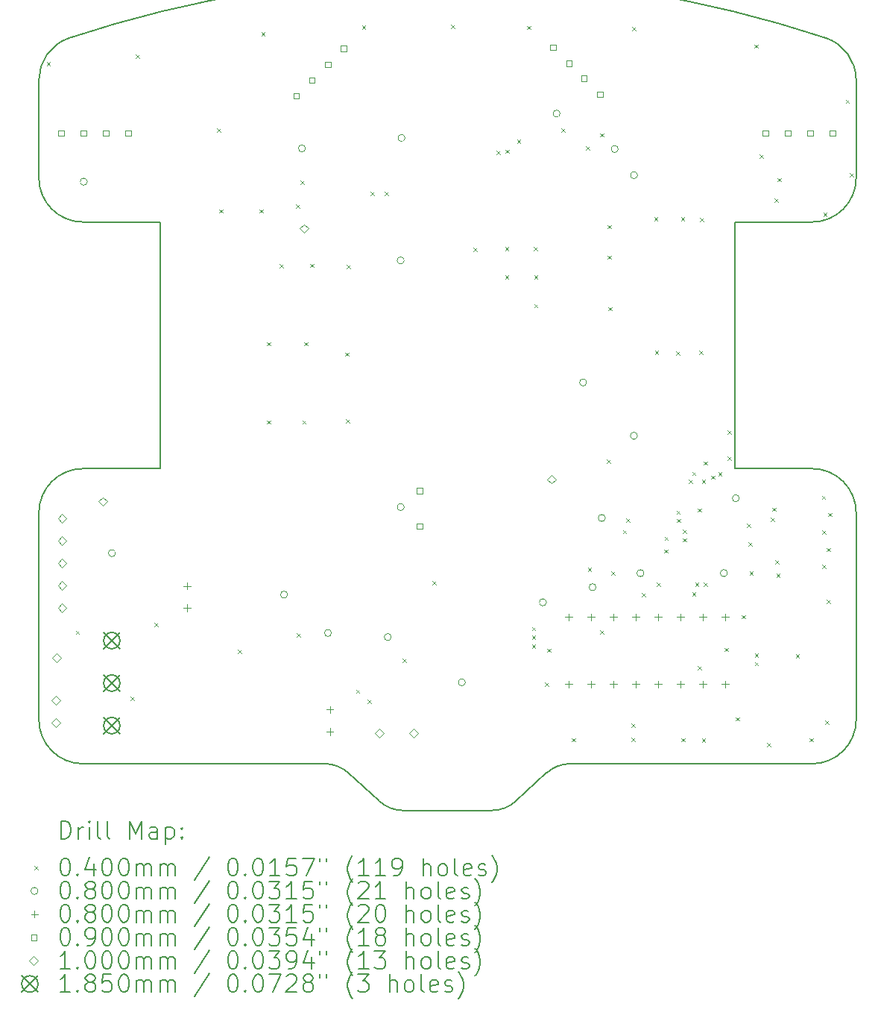
<source format=gbr>
%TF.GenerationSoftware,KiCad,Pcbnew,8.0.6*%
%TF.CreationDate,2025-01-29T21:14:01-08:00*%
%TF.ProjectId,rezq_rev2,72657a71-5f72-4657-9632-2e6b69636164,rev?*%
%TF.SameCoordinates,Original*%
%TF.FileFunction,Drillmap*%
%TF.FilePolarity,Positive*%
%FSLAX45Y45*%
G04 Gerber Fmt 4.5, Leading zero omitted, Abs format (unit mm)*
G04 Created by KiCad (PCBNEW 8.0.6) date 2025-01-29 21:14:01*
%MOMM*%
%LPD*%
G01*
G04 APERTURE LIST*
%ADD10C,0.200000*%
%ADD11C,0.100000*%
%ADD12C,0.185000*%
G04 APERTURE END LIST*
D10*
X24099110Y-15638720D02*
G75*
G02*
X24599110Y-16138720I0J-500000D01*
G01*
X15815360Y-18988720D02*
G75*
G02*
X15315360Y-18488720I0J500000D01*
G01*
X23219110Y-12838720D02*
X24099110Y-12838720D01*
X16695360Y-15638720D02*
X16695360Y-12838720D01*
X20730400Y-19414540D02*
G75*
G02*
X20461159Y-19518719I-269240J295820D01*
G01*
X15815360Y-15638720D02*
X16695360Y-15638720D01*
X24099110Y-15638720D02*
X23219110Y-15638720D01*
X20461159Y-19518720D02*
X19453310Y-19518720D01*
X18830678Y-19092900D02*
X19184582Y-19415006D01*
X15658008Y-10750565D02*
G75*
G02*
X24256462Y-10750565I4299227J-12967076D01*
G01*
X18561440Y-18988720D02*
X15815360Y-18988720D01*
X15315360Y-11225160D02*
G75*
G02*
X15658008Y-10750565I500000J0D01*
G01*
X21354396Y-18988720D02*
X24099110Y-18988720D01*
X16695360Y-12838720D02*
X15815360Y-12838720D01*
X24256462Y-10750565D02*
G75*
G02*
X24599110Y-11225160I-157352J-474595D01*
G01*
X15315360Y-16138720D02*
X15315360Y-18488720D01*
X21083787Y-19092905D02*
G75*
G02*
X21354396Y-18988723I269253J-295835D01*
G01*
X15315360Y-12338720D02*
X15315360Y-11225160D01*
X24599110Y-12338720D02*
G75*
G02*
X24099110Y-12838720I-500000J0D01*
G01*
X15815360Y-12838720D02*
G75*
G02*
X15315360Y-12338720I0J500000D01*
G01*
X24599110Y-12338720D02*
X24599110Y-11225160D01*
X24599110Y-18488720D02*
G75*
G02*
X24099110Y-18988720I-500000J0D01*
G01*
X20730400Y-19414540D02*
X21083787Y-19092905D01*
X15315360Y-16138720D02*
G75*
G02*
X15815360Y-15638720I500000J0D01*
G01*
X18561440Y-18988720D02*
G75*
G02*
X18830677Y-19092900I0J-399990D01*
G01*
X19453310Y-19518720D02*
G75*
G02*
X19184582Y-19415006I0J400000D01*
G01*
X23219110Y-15638720D02*
X23219110Y-12838720D01*
X24599110Y-18488720D02*
X24599110Y-16138720D01*
D11*
X15404000Y-11021000D02*
X15444000Y-11061000D01*
X15444000Y-11021000D02*
X15404000Y-11061000D01*
X15733080Y-17478060D02*
X15773080Y-17518060D01*
X15773080Y-17478060D02*
X15733080Y-17518060D01*
X16355380Y-18227360D02*
X16395380Y-18267360D01*
X16395380Y-18227360D02*
X16355380Y-18267360D01*
X16416000Y-10939000D02*
X16456000Y-10979000D01*
X16456000Y-10939000D02*
X16416000Y-10979000D01*
X16629700Y-17391700D02*
X16669700Y-17431700D01*
X16669700Y-17391700D02*
X16629700Y-17431700D01*
X17340900Y-11778300D02*
X17380900Y-11818300D01*
X17380900Y-11778300D02*
X17340900Y-11818300D01*
X17366300Y-12695240D02*
X17406300Y-12735240D01*
X17406300Y-12695240D02*
X17366300Y-12735240D01*
X17577120Y-17696500D02*
X17617120Y-17736500D01*
X17617120Y-17696500D02*
X17577120Y-17736500D01*
X17820960Y-12695240D02*
X17860960Y-12735240D01*
X17860960Y-12695240D02*
X17820960Y-12735240D01*
X17843000Y-10681000D02*
X17883000Y-10721000D01*
X17883000Y-10681000D02*
X17843000Y-10721000D01*
X17904780Y-14201460D02*
X17944780Y-14241460D01*
X17944780Y-14201460D02*
X17904780Y-14241460D01*
X17904780Y-15090460D02*
X17944780Y-15130460D01*
X17944780Y-15090460D02*
X17904780Y-15130460D01*
X18051000Y-13318000D02*
X18091000Y-13358000D01*
X18091000Y-13318000D02*
X18051000Y-13358000D01*
X18237000Y-12637000D02*
X18277000Y-12677000D01*
X18277000Y-12637000D02*
X18237000Y-12677000D01*
X18245140Y-17506000D02*
X18285140Y-17546000D01*
X18285140Y-17506000D02*
X18245140Y-17546000D01*
X18285000Y-12370000D02*
X18325000Y-12410000D01*
X18325000Y-12370000D02*
X18285000Y-12410000D01*
X18308640Y-15090460D02*
X18348640Y-15130460D01*
X18348640Y-15090460D02*
X18308640Y-15130460D01*
X18331500Y-14201460D02*
X18371500Y-14241460D01*
X18371500Y-14201460D02*
X18331500Y-14241460D01*
X18397000Y-13313000D02*
X18437000Y-13353000D01*
X18437000Y-13313000D02*
X18397000Y-13353000D01*
X18796320Y-14320840D02*
X18836320Y-14360840D01*
X18836320Y-14320840D02*
X18796320Y-14360840D01*
X18803940Y-15075220D02*
X18843940Y-15115220D01*
X18843940Y-15075220D02*
X18803940Y-15115220D01*
X18813000Y-13326000D02*
X18853000Y-13366000D01*
X18853000Y-13326000D02*
X18813000Y-13366000D01*
X18918240Y-18146080D02*
X18958240Y-18186080D01*
X18958240Y-18146080D02*
X18918240Y-18186080D01*
X18985000Y-10606000D02*
X19025000Y-10646000D01*
X19025000Y-10606000D02*
X18985000Y-10646000D01*
X19050320Y-18262920D02*
X19090320Y-18302920D01*
X19090320Y-18262920D02*
X19050320Y-18302920D01*
X19085000Y-12494000D02*
X19125000Y-12534000D01*
X19125000Y-12494000D02*
X19085000Y-12534000D01*
X19243000Y-12494000D02*
X19283000Y-12534000D01*
X19283000Y-12494000D02*
X19243000Y-12534000D01*
X19444020Y-17793020D02*
X19484020Y-17833020D01*
X19484020Y-17793020D02*
X19444020Y-17833020D01*
X19786920Y-16916720D02*
X19826920Y-16956720D01*
X19826920Y-16916720D02*
X19786920Y-16956720D01*
X19998300Y-10596163D02*
X20038300Y-10636163D01*
X20038300Y-10596163D02*
X19998300Y-10636163D01*
X20251740Y-13129580D02*
X20291740Y-13169580D01*
X20291740Y-13129580D02*
X20251740Y-13169580D01*
X20515900Y-12032300D02*
X20555900Y-12072300D01*
X20555900Y-12032300D02*
X20515900Y-12072300D01*
X20609880Y-13121960D02*
X20649880Y-13161960D01*
X20649880Y-13121960D02*
X20609880Y-13161960D01*
X20609880Y-13444540D02*
X20649880Y-13484540D01*
X20649880Y-13444540D02*
X20609880Y-13484540D01*
X20618000Y-12018000D02*
X20658000Y-12058000D01*
X20658000Y-12018000D02*
X20618000Y-12058000D01*
X20746000Y-11906000D02*
X20786000Y-11946000D01*
X20786000Y-11906000D02*
X20746000Y-11946000D01*
X20860000Y-10613000D02*
X20900000Y-10653000D01*
X20900000Y-10613000D02*
X20860000Y-10653000D01*
X20915000Y-17435000D02*
X20955000Y-17475000D01*
X20955000Y-17435000D02*
X20915000Y-17475000D01*
X20915000Y-17535000D02*
X20955000Y-17575000D01*
X20955000Y-17535000D02*
X20915000Y-17575000D01*
X20915000Y-17635000D02*
X20955000Y-17675000D01*
X20955000Y-17635000D02*
X20915000Y-17675000D01*
X20935000Y-13121960D02*
X20975000Y-13161960D01*
X20975000Y-13121960D02*
X20935000Y-13161960D01*
X20940080Y-13444540D02*
X20980080Y-13484540D01*
X20980080Y-13444540D02*
X20940080Y-13484540D01*
X20940080Y-13769660D02*
X20980080Y-13809660D01*
X20980080Y-13769660D02*
X20940080Y-13809660D01*
X21064540Y-18064800D02*
X21104540Y-18104800D01*
X21104540Y-18064800D02*
X21064540Y-18104800D01*
X21087400Y-17681260D02*
X21127400Y-17721260D01*
X21127400Y-17681260D02*
X21087400Y-17721260D01*
X21252500Y-11778300D02*
X21292500Y-11818300D01*
X21292500Y-11778300D02*
X21252500Y-11818300D01*
X21366800Y-18696700D02*
X21406800Y-18736700D01*
X21406800Y-18696700D02*
X21366800Y-18736700D01*
X21529030Y-11980000D02*
X21569030Y-12020000D01*
X21569030Y-11980000D02*
X21529030Y-12020000D01*
X21549680Y-16761780D02*
X21589680Y-16801780D01*
X21589680Y-16761780D02*
X21549680Y-16801780D01*
X21691000Y-17473000D02*
X21731000Y-17513000D01*
X21731000Y-17473000D02*
X21691000Y-17513000D01*
X21693000Y-11831000D02*
X21733000Y-11871000D01*
X21733000Y-11831000D02*
X21693000Y-11871000D01*
X21768120Y-15532420D02*
X21808120Y-15572420D01*
X21808120Y-15532420D02*
X21768120Y-15572420D01*
X21773200Y-12873040D02*
X21813200Y-12913040D01*
X21813200Y-12873040D02*
X21773200Y-12913040D01*
X21773200Y-13218480D02*
X21813200Y-13258480D01*
X21813200Y-13218480D02*
X21773200Y-13258480D01*
X21780820Y-13802680D02*
X21820820Y-13842680D01*
X21820820Y-13802680D02*
X21780820Y-13842680D01*
X21816250Y-16805000D02*
X21856250Y-16845000D01*
X21856250Y-16805000D02*
X21816250Y-16845000D01*
X21949000Y-16335000D02*
X21989000Y-16375000D01*
X21989000Y-16335000D02*
X21949000Y-16375000D01*
X21984781Y-16204781D02*
X22024781Y-16244781D01*
X22024781Y-16204781D02*
X21984781Y-16244781D01*
X22047520Y-18532160D02*
X22087520Y-18572160D01*
X22087520Y-18532160D02*
X22047520Y-18572160D01*
X22047520Y-18692180D02*
X22087520Y-18732180D01*
X22087520Y-18692180D02*
X22047520Y-18732180D01*
X22055000Y-10627000D02*
X22095000Y-10667000D01*
X22095000Y-10627000D02*
X22055000Y-10667000D01*
X22161820Y-17048800D02*
X22201820Y-17088800D01*
X22201820Y-17048800D02*
X22161820Y-17088800D01*
X22304060Y-12784140D02*
X22344060Y-12824140D01*
X22344060Y-12784140D02*
X22304060Y-12824140D01*
X22311680Y-14300520D02*
X22351680Y-14340520D01*
X22351680Y-14300520D02*
X22311680Y-14340520D01*
X22333000Y-16933000D02*
X22373000Y-16973000D01*
X22373000Y-16933000D02*
X22333000Y-16973000D01*
X22418360Y-16555000D02*
X22458360Y-16595000D01*
X22458360Y-16555000D02*
X22418360Y-16595000D01*
X22422350Y-16412350D02*
X22462350Y-16452350D01*
X22462350Y-16412350D02*
X22422350Y-16452350D01*
X22552980Y-14305600D02*
X22592980Y-14345600D01*
X22592980Y-14305600D02*
X22552980Y-14345600D01*
X22557604Y-16115556D02*
X22597604Y-16155556D01*
X22597604Y-16115556D02*
X22557604Y-16155556D01*
X22564488Y-16208301D02*
X22604488Y-16248301D01*
X22604488Y-16208301D02*
X22564488Y-16248301D01*
X22608860Y-12784140D02*
X22648860Y-12824140D01*
X22648860Y-12784140D02*
X22608860Y-12824140D01*
X22612500Y-18697500D02*
X22652500Y-18737500D01*
X22652500Y-18697500D02*
X22612500Y-18737500D01*
X22631743Y-16331960D02*
X22671743Y-16371960D01*
X22671743Y-16331960D02*
X22631743Y-16371960D01*
X22632749Y-16429133D02*
X22672749Y-16469133D01*
X22672749Y-16429133D02*
X22632749Y-16469133D01*
X22695500Y-15762000D02*
X22735500Y-15802000D01*
X22735500Y-15762000D02*
X22695500Y-15802000D01*
X22735000Y-17040000D02*
X22775000Y-17080000D01*
X22775000Y-17040000D02*
X22735000Y-17080000D01*
X22735860Y-15676000D02*
X22775860Y-15716000D01*
X22775860Y-15676000D02*
X22735860Y-15716000D01*
X22770000Y-16935000D02*
X22810000Y-16975000D01*
X22810000Y-16935000D02*
X22770000Y-16975000D01*
X22800000Y-16090000D02*
X22840000Y-16130000D01*
X22840000Y-16090000D02*
X22800000Y-16130000D01*
X22802000Y-17879000D02*
X22842000Y-17919000D01*
X22842000Y-17879000D02*
X22802000Y-17919000D01*
X22814600Y-14300520D02*
X22854600Y-14340520D01*
X22854600Y-14300520D02*
X22814600Y-14340520D01*
X22827300Y-12791760D02*
X22867300Y-12831760D01*
X22867300Y-12791760D02*
X22827300Y-12831760D01*
X22845000Y-18700000D02*
X22885000Y-18740000D01*
X22885000Y-18700000D02*
X22845000Y-18740000D01*
X22845500Y-15762000D02*
X22885500Y-15802000D01*
X22885500Y-15762000D02*
X22845500Y-15802000D01*
X22865000Y-16935000D02*
X22905000Y-16975000D01*
X22905000Y-16935000D02*
X22865000Y-16975000D01*
X22870000Y-15556000D02*
X22910000Y-15596000D01*
X22910000Y-15556000D02*
X22870000Y-15596000D01*
X22949766Y-15717750D02*
X22989766Y-15757750D01*
X22989766Y-15717750D02*
X22949766Y-15757750D01*
X23033142Y-15676549D02*
X23073142Y-15716549D01*
X23073142Y-15676549D02*
X23033142Y-15716549D01*
X23106700Y-17672000D02*
X23146700Y-17712000D01*
X23146700Y-17672000D02*
X23106700Y-17712000D01*
X23137000Y-15207000D02*
X23177000Y-15247000D01*
X23177000Y-15207000D02*
X23137000Y-15247000D01*
X23140000Y-15499000D02*
X23180000Y-15539000D01*
X23180000Y-15499000D02*
X23140000Y-15539000D01*
X23233000Y-18461000D02*
X23273000Y-18501000D01*
X23273000Y-18461000D02*
X23233000Y-18501000D01*
X23297200Y-17300260D02*
X23337200Y-17340260D01*
X23337200Y-17300260D02*
X23297200Y-17340260D01*
X23357000Y-16261000D02*
X23397000Y-16301000D01*
X23397000Y-16261000D02*
X23357000Y-16301000D01*
X23377000Y-16473000D02*
X23417000Y-16513000D01*
X23417000Y-16473000D02*
X23377000Y-16513000D01*
X23388750Y-16805000D02*
X23428750Y-16845000D01*
X23428750Y-16805000D02*
X23388750Y-16845000D01*
X23441000Y-10824000D02*
X23481000Y-10864000D01*
X23481000Y-10824000D02*
X23441000Y-10864000D01*
X23447500Y-17735000D02*
X23487500Y-17775000D01*
X23487500Y-17735000D02*
X23447500Y-17775000D01*
X23447500Y-17835000D02*
X23487500Y-17875000D01*
X23487500Y-17835000D02*
X23447500Y-17875000D01*
X23505000Y-12075000D02*
X23545000Y-12115000D01*
X23545000Y-12075000D02*
X23505000Y-12115000D01*
X23588000Y-18755000D02*
X23628000Y-18795000D01*
X23628000Y-18755000D02*
X23588000Y-18795000D01*
X23627400Y-16196500D02*
X23667400Y-16236500D01*
X23667400Y-16196500D02*
X23627400Y-16236500D01*
X23646000Y-16082000D02*
X23686000Y-16122000D01*
X23686000Y-16082000D02*
X23646000Y-16122000D01*
X23673000Y-12569000D02*
X23713000Y-12609000D01*
X23713000Y-12569000D02*
X23673000Y-12609000D01*
X23681000Y-16676000D02*
X23721000Y-16716000D01*
X23721000Y-16676000D02*
X23681000Y-16716000D01*
X23693000Y-16831000D02*
X23733000Y-16871000D01*
X23733000Y-16831000D02*
X23693000Y-16871000D01*
X23703000Y-12338000D02*
X23743000Y-12378000D01*
X23743000Y-12338000D02*
X23703000Y-12378000D01*
X23913000Y-17748000D02*
X23953000Y-17788000D01*
X23953000Y-17748000D02*
X23913000Y-17788000D01*
X24070000Y-18697500D02*
X24110000Y-18737500D01*
X24110000Y-18697500D02*
X24070000Y-18737500D01*
X24208320Y-15945880D02*
X24248320Y-15985880D01*
X24248320Y-15945880D02*
X24208320Y-15985880D01*
X24212500Y-16342120D02*
X24252500Y-16382120D01*
X24252500Y-16342120D02*
X24212500Y-16382120D01*
X24213400Y-16728200D02*
X24253400Y-16768200D01*
X24253400Y-16728200D02*
X24213400Y-16768200D01*
X24227000Y-12731000D02*
X24267000Y-12771000D01*
X24267000Y-12731000D02*
X24227000Y-12771000D01*
X24249700Y-18499140D02*
X24289700Y-18539140D01*
X24289700Y-18499140D02*
X24249700Y-18539140D01*
X24262000Y-16539000D02*
X24302000Y-16579000D01*
X24302000Y-16539000D02*
X24262000Y-16579000D01*
X24265000Y-17127500D02*
X24305000Y-17167500D01*
X24305000Y-17127500D02*
X24265000Y-17167500D01*
X24284000Y-16141000D02*
X24324000Y-16181000D01*
X24324000Y-16141000D02*
X24284000Y-16181000D01*
X24481000Y-11449000D02*
X24521000Y-11489000D01*
X24521000Y-11449000D02*
X24481000Y-11489000D01*
X24526000Y-12281000D02*
X24566000Y-12321000D01*
X24566000Y-12281000D02*
X24526000Y-12321000D01*
X15865000Y-12381250D02*
G75*
G02*
X15785000Y-12381250I-40000J0D01*
G01*
X15785000Y-12381250D02*
G75*
G02*
X15865000Y-12381250I40000J0D01*
G01*
X16185000Y-16597500D02*
G75*
G02*
X16105000Y-16597500I-40000J0D01*
G01*
X16105000Y-16597500D02*
G75*
G02*
X16185000Y-16597500I40000J0D01*
G01*
X18140000Y-17069400D02*
G75*
G02*
X18060000Y-17069400I-40000J0D01*
G01*
X18060000Y-17069400D02*
G75*
G02*
X18140000Y-17069400I40000J0D01*
G01*
X18343300Y-12002740D02*
G75*
G02*
X18263300Y-12002740I-40000J0D01*
G01*
X18263300Y-12002740D02*
G75*
G02*
X18343300Y-12002740I40000J0D01*
G01*
X18638750Y-17503750D02*
G75*
G02*
X18558750Y-17503750I-40000J0D01*
G01*
X18558750Y-17503750D02*
G75*
G02*
X18638750Y-17503750I40000J0D01*
G01*
X19318600Y-17550000D02*
G75*
G02*
X19238600Y-17550000I-40000J0D01*
G01*
X19238600Y-17550000D02*
G75*
G02*
X19318600Y-17550000I40000J0D01*
G01*
X19465000Y-13275000D02*
G75*
G02*
X19385000Y-13275000I-40000J0D01*
G01*
X19385000Y-13275000D02*
G75*
G02*
X19465000Y-13275000I40000J0D01*
G01*
X19465000Y-16075000D02*
G75*
G02*
X19385000Y-16075000I-40000J0D01*
G01*
X19385000Y-16075000D02*
G75*
G02*
X19465000Y-16075000I40000J0D01*
G01*
X19473355Y-11884845D02*
G75*
G02*
X19393355Y-11884845I-40000J0D01*
G01*
X19393355Y-11884845D02*
G75*
G02*
X19473355Y-11884845I40000J0D01*
G01*
X20159500Y-18065000D02*
G75*
G02*
X20079500Y-18065000I-40000J0D01*
G01*
X20079500Y-18065000D02*
G75*
G02*
X20159500Y-18065000I40000J0D01*
G01*
X21080580Y-17156920D02*
G75*
G02*
X21000580Y-17156920I-40000J0D01*
G01*
X21000580Y-17156920D02*
G75*
G02*
X21080580Y-17156920I40000J0D01*
G01*
X21236300Y-11607800D02*
G75*
G02*
X21156300Y-11607800I-40000J0D01*
G01*
X21156300Y-11607800D02*
G75*
G02*
X21236300Y-11607800I40000J0D01*
G01*
X21537000Y-14660565D02*
G75*
G02*
X21457000Y-14660565I-40000J0D01*
G01*
X21457000Y-14660565D02*
G75*
G02*
X21537000Y-14660565I40000J0D01*
G01*
X21645000Y-16985000D02*
G75*
G02*
X21565000Y-16985000I-40000J0D01*
G01*
X21565000Y-16985000D02*
G75*
G02*
X21645000Y-16985000I40000J0D01*
G01*
X21750000Y-16198750D02*
G75*
G02*
X21670000Y-16198750I-40000J0D01*
G01*
X21670000Y-16198750D02*
G75*
G02*
X21750000Y-16198750I40000J0D01*
G01*
X21896430Y-12010510D02*
G75*
G02*
X21816430Y-12010510I-40000J0D01*
G01*
X21816430Y-12010510D02*
G75*
G02*
X21896430Y-12010510I40000J0D01*
G01*
X22114685Y-15265855D02*
G75*
G02*
X22034685Y-15265855I-40000J0D01*
G01*
X22034685Y-15265855D02*
G75*
G02*
X22114685Y-15265855I40000J0D01*
G01*
X22115000Y-12308000D02*
G75*
G02*
X22035000Y-12308000I-40000J0D01*
G01*
X22035000Y-12308000D02*
G75*
G02*
X22115000Y-12308000I40000J0D01*
G01*
X22188750Y-16825000D02*
G75*
G02*
X22108750Y-16825000I-40000J0D01*
G01*
X22108750Y-16825000D02*
G75*
G02*
X22188750Y-16825000I40000J0D01*
G01*
X23136250Y-16825000D02*
G75*
G02*
X23056250Y-16825000I-40000J0D01*
G01*
X23056250Y-16825000D02*
G75*
G02*
X23136250Y-16825000I40000J0D01*
G01*
X23272500Y-15975000D02*
G75*
G02*
X23192500Y-15975000I-40000J0D01*
G01*
X23192500Y-15975000D02*
G75*
G02*
X23272500Y-15975000I40000J0D01*
G01*
X16999800Y-16929400D02*
X16999800Y-17009400D01*
X16959800Y-16969400D02*
X17039800Y-16969400D01*
X16999800Y-17179400D02*
X16999800Y-17259400D01*
X16959800Y-17219400D02*
X17039800Y-17219400D01*
X18620300Y-18333662D02*
X18620300Y-18413662D01*
X18580300Y-18373662D02*
X18660300Y-18373662D01*
X18620300Y-18583662D02*
X18620300Y-18663662D01*
X18580300Y-18623662D02*
X18660300Y-18623662D01*
X21332500Y-17283000D02*
X21332500Y-17363000D01*
X21292500Y-17323000D02*
X21372500Y-17323000D01*
X21332500Y-18045000D02*
X21332500Y-18125000D01*
X21292500Y-18085000D02*
X21372500Y-18085000D01*
X21586500Y-17283000D02*
X21586500Y-17363000D01*
X21546500Y-17323000D02*
X21626500Y-17323000D01*
X21586500Y-18045000D02*
X21586500Y-18125000D01*
X21546500Y-18085000D02*
X21626500Y-18085000D01*
X21840500Y-17283000D02*
X21840500Y-17363000D01*
X21800500Y-17323000D02*
X21880500Y-17323000D01*
X21840500Y-18045000D02*
X21840500Y-18125000D01*
X21800500Y-18085000D02*
X21880500Y-18085000D01*
X22094500Y-17283000D02*
X22094500Y-17363000D01*
X22054500Y-17323000D02*
X22134500Y-17323000D01*
X22094500Y-18045000D02*
X22094500Y-18125000D01*
X22054500Y-18085000D02*
X22134500Y-18085000D01*
X22348500Y-17283000D02*
X22348500Y-17363000D01*
X22308500Y-17323000D02*
X22388500Y-17323000D01*
X22348500Y-18045000D02*
X22348500Y-18125000D01*
X22308500Y-18085000D02*
X22388500Y-18085000D01*
X22602500Y-17283000D02*
X22602500Y-17363000D01*
X22562500Y-17323000D02*
X22642500Y-17323000D01*
X22602500Y-18045000D02*
X22602500Y-18125000D01*
X22562500Y-18085000D02*
X22642500Y-18085000D01*
X22856500Y-17283000D02*
X22856500Y-17363000D01*
X22816500Y-17323000D02*
X22896500Y-17323000D01*
X22856500Y-18045000D02*
X22856500Y-18125000D01*
X22816500Y-18085000D02*
X22896500Y-18085000D01*
X23110500Y-17283000D02*
X23110500Y-17363000D01*
X23070500Y-17323000D02*
X23150500Y-17323000D01*
X23110500Y-18045000D02*
X23110500Y-18125000D01*
X23070500Y-18085000D02*
X23150500Y-18085000D01*
X15601180Y-11862540D02*
X15601180Y-11798900D01*
X15537540Y-11798900D01*
X15537540Y-11862540D01*
X15601180Y-11862540D01*
X15855180Y-11862540D02*
X15855180Y-11798900D01*
X15791540Y-11798900D01*
X15791540Y-11862540D01*
X15855180Y-11862540D01*
X16109180Y-11862540D02*
X16109180Y-11798900D01*
X16045540Y-11798900D01*
X16045540Y-11862540D01*
X16109180Y-11862540D01*
X16363180Y-11862540D02*
X16363180Y-11798900D01*
X16299540Y-11798900D01*
X16299540Y-11862540D01*
X16363180Y-11862540D01*
X18270515Y-11440425D02*
X18270515Y-11376785D01*
X18206875Y-11376785D01*
X18206875Y-11440425D01*
X18270515Y-11440425D01*
X18450120Y-11260820D02*
X18450120Y-11197180D01*
X18386480Y-11197180D01*
X18386480Y-11260820D01*
X18450120Y-11260820D01*
X18629725Y-11081215D02*
X18629725Y-11017575D01*
X18566085Y-11017575D01*
X18566085Y-11081215D01*
X18629725Y-11081215D01*
X18809330Y-10901610D02*
X18809330Y-10837970D01*
X18745690Y-10837970D01*
X18745690Y-10901610D01*
X18809330Y-10901610D01*
X19671820Y-15921820D02*
X19671820Y-15858180D01*
X19608180Y-15858180D01*
X19608180Y-15921820D01*
X19671820Y-15921820D01*
X19671820Y-16321820D02*
X19671820Y-16258180D01*
X19608180Y-16258180D01*
X19608180Y-16321820D01*
X19671820Y-16321820D01*
X21188215Y-10888515D02*
X21188215Y-10824875D01*
X21124575Y-10824875D01*
X21124575Y-10888515D01*
X21188215Y-10888515D01*
X21367820Y-11068120D02*
X21367820Y-11004480D01*
X21304180Y-11004480D01*
X21304180Y-11068120D01*
X21367820Y-11068120D01*
X21539804Y-11240104D02*
X21539804Y-11176464D01*
X21476164Y-11176464D01*
X21476164Y-11240104D01*
X21539804Y-11240104D01*
X21719409Y-11419709D02*
X21719409Y-11356069D01*
X21655769Y-11356069D01*
X21655769Y-11419709D01*
X21719409Y-11419709D01*
X23602180Y-11862540D02*
X23602180Y-11798900D01*
X23538540Y-11798900D01*
X23538540Y-11862540D01*
X23602180Y-11862540D01*
X23856180Y-11862540D02*
X23856180Y-11798900D01*
X23792540Y-11798900D01*
X23792540Y-11862540D01*
X23856180Y-11862540D01*
X24110180Y-11862540D02*
X24110180Y-11798900D01*
X24046540Y-11798900D01*
X24046540Y-11862540D01*
X24110180Y-11862540D01*
X24364180Y-11862540D02*
X24364180Y-11798900D01*
X24300540Y-11798900D01*
X24300540Y-11862540D01*
X24364180Y-11862540D01*
X15508800Y-18316400D02*
X15558800Y-18266400D01*
X15508800Y-18216400D01*
X15458800Y-18266400D01*
X15508800Y-18316400D01*
X15508800Y-18570400D02*
X15558800Y-18520400D01*
X15508800Y-18470400D01*
X15458800Y-18520400D01*
X15508800Y-18570400D01*
X15514000Y-17835000D02*
X15564000Y-17785000D01*
X15514000Y-17735000D01*
X15464000Y-17785000D01*
X15514000Y-17835000D01*
X15580360Y-16252660D02*
X15630360Y-16202660D01*
X15580360Y-16152660D01*
X15530360Y-16202660D01*
X15580360Y-16252660D01*
X15580360Y-16506660D02*
X15630360Y-16456660D01*
X15580360Y-16406660D01*
X15530360Y-16456660D01*
X15580360Y-16506660D01*
X15580360Y-16760660D02*
X15630360Y-16710660D01*
X15580360Y-16660660D01*
X15530360Y-16710660D01*
X15580360Y-16760660D01*
X15580360Y-17014660D02*
X15630360Y-16964660D01*
X15580360Y-16914660D01*
X15530360Y-16964660D01*
X15580360Y-17014660D01*
X15580360Y-17268660D02*
X15630360Y-17218660D01*
X15580360Y-17168660D01*
X15530360Y-17218660D01*
X15580360Y-17268660D01*
X16043000Y-16062000D02*
X16093000Y-16012000D01*
X16043000Y-15962000D01*
X15993000Y-16012000D01*
X16043000Y-16062000D01*
X18330000Y-12963000D02*
X18380000Y-12913000D01*
X18330000Y-12863000D01*
X18280000Y-12913000D01*
X18330000Y-12963000D01*
X19186000Y-18692000D02*
X19236000Y-18642000D01*
X19186000Y-18592000D01*
X19136000Y-18642000D01*
X19186000Y-18692000D01*
X19570000Y-18692000D02*
X19620000Y-18642000D01*
X19570000Y-18592000D01*
X19520000Y-18642000D01*
X19570000Y-18692000D01*
X21136000Y-15809000D02*
X21186000Y-15759000D01*
X21136000Y-15709000D01*
X21086000Y-15759000D01*
X21136000Y-15809000D01*
D12*
X16051300Y-17497700D02*
X16236300Y-17682700D01*
X16236300Y-17497700D02*
X16051300Y-17682700D01*
X16236300Y-17590200D02*
G75*
G02*
X16051300Y-17590200I-92500J0D01*
G01*
X16051300Y-17590200D02*
G75*
G02*
X16236300Y-17590200I92500J0D01*
G01*
X16051300Y-17980300D02*
X16236300Y-18165300D01*
X16236300Y-17980300D02*
X16051300Y-18165300D01*
X16236300Y-18072800D02*
G75*
G02*
X16051300Y-18072800I-92500J0D01*
G01*
X16051300Y-18072800D02*
G75*
G02*
X16236300Y-18072800I92500J0D01*
G01*
X16051300Y-18462900D02*
X16236300Y-18647900D01*
X16236300Y-18462900D02*
X16051300Y-18647900D01*
X16236300Y-18555400D02*
G75*
G02*
X16051300Y-18555400I-92500J0D01*
G01*
X16051300Y-18555400D02*
G75*
G02*
X16236300Y-18555400I92500J0D01*
G01*
D10*
X15566137Y-19840204D02*
X15566137Y-19640204D01*
X15566137Y-19640204D02*
X15613756Y-19640204D01*
X15613756Y-19640204D02*
X15642327Y-19649728D01*
X15642327Y-19649728D02*
X15661375Y-19668775D01*
X15661375Y-19668775D02*
X15670899Y-19687823D01*
X15670899Y-19687823D02*
X15680422Y-19725918D01*
X15680422Y-19725918D02*
X15680422Y-19754490D01*
X15680422Y-19754490D02*
X15670899Y-19792585D01*
X15670899Y-19792585D02*
X15661375Y-19811632D01*
X15661375Y-19811632D02*
X15642327Y-19830680D01*
X15642327Y-19830680D02*
X15613756Y-19840204D01*
X15613756Y-19840204D02*
X15566137Y-19840204D01*
X15766137Y-19840204D02*
X15766137Y-19706870D01*
X15766137Y-19744966D02*
X15775661Y-19725918D01*
X15775661Y-19725918D02*
X15785184Y-19716394D01*
X15785184Y-19716394D02*
X15804232Y-19706870D01*
X15804232Y-19706870D02*
X15823280Y-19706870D01*
X15889946Y-19840204D02*
X15889946Y-19706870D01*
X15889946Y-19640204D02*
X15880422Y-19649728D01*
X15880422Y-19649728D02*
X15889946Y-19659251D01*
X15889946Y-19659251D02*
X15899470Y-19649728D01*
X15899470Y-19649728D02*
X15889946Y-19640204D01*
X15889946Y-19640204D02*
X15889946Y-19659251D01*
X16013756Y-19840204D02*
X15994708Y-19830680D01*
X15994708Y-19830680D02*
X15985184Y-19811632D01*
X15985184Y-19811632D02*
X15985184Y-19640204D01*
X16118518Y-19840204D02*
X16099470Y-19830680D01*
X16099470Y-19830680D02*
X16089946Y-19811632D01*
X16089946Y-19811632D02*
X16089946Y-19640204D01*
X16347089Y-19840204D02*
X16347089Y-19640204D01*
X16347089Y-19640204D02*
X16413756Y-19783061D01*
X16413756Y-19783061D02*
X16480422Y-19640204D01*
X16480422Y-19640204D02*
X16480422Y-19840204D01*
X16661375Y-19840204D02*
X16661375Y-19735442D01*
X16661375Y-19735442D02*
X16651851Y-19716394D01*
X16651851Y-19716394D02*
X16632803Y-19706870D01*
X16632803Y-19706870D02*
X16594708Y-19706870D01*
X16594708Y-19706870D02*
X16575661Y-19716394D01*
X16661375Y-19830680D02*
X16642327Y-19840204D01*
X16642327Y-19840204D02*
X16594708Y-19840204D01*
X16594708Y-19840204D02*
X16575661Y-19830680D01*
X16575661Y-19830680D02*
X16566137Y-19811632D01*
X16566137Y-19811632D02*
X16566137Y-19792585D01*
X16566137Y-19792585D02*
X16575661Y-19773537D01*
X16575661Y-19773537D02*
X16594708Y-19764013D01*
X16594708Y-19764013D02*
X16642327Y-19764013D01*
X16642327Y-19764013D02*
X16661375Y-19754490D01*
X16756613Y-19706870D02*
X16756613Y-19906870D01*
X16756613Y-19716394D02*
X16775661Y-19706870D01*
X16775661Y-19706870D02*
X16813756Y-19706870D01*
X16813756Y-19706870D02*
X16832804Y-19716394D01*
X16832804Y-19716394D02*
X16842327Y-19725918D01*
X16842327Y-19725918D02*
X16851851Y-19744966D01*
X16851851Y-19744966D02*
X16851851Y-19802109D01*
X16851851Y-19802109D02*
X16842327Y-19821156D01*
X16842327Y-19821156D02*
X16832804Y-19830680D01*
X16832804Y-19830680D02*
X16813756Y-19840204D01*
X16813756Y-19840204D02*
X16775661Y-19840204D01*
X16775661Y-19840204D02*
X16756613Y-19830680D01*
X16937565Y-19821156D02*
X16947089Y-19830680D01*
X16947089Y-19830680D02*
X16937565Y-19840204D01*
X16937565Y-19840204D02*
X16928042Y-19830680D01*
X16928042Y-19830680D02*
X16937565Y-19821156D01*
X16937565Y-19821156D02*
X16937565Y-19840204D01*
X16937565Y-19716394D02*
X16947089Y-19725918D01*
X16947089Y-19725918D02*
X16937565Y-19735442D01*
X16937565Y-19735442D02*
X16928042Y-19725918D01*
X16928042Y-19725918D02*
X16937565Y-19716394D01*
X16937565Y-19716394D02*
X16937565Y-19735442D01*
D11*
X15265360Y-20148720D02*
X15305360Y-20188720D01*
X15305360Y-20148720D02*
X15265360Y-20188720D01*
D10*
X15604232Y-20060204D02*
X15623280Y-20060204D01*
X15623280Y-20060204D02*
X15642327Y-20069728D01*
X15642327Y-20069728D02*
X15651851Y-20079251D01*
X15651851Y-20079251D02*
X15661375Y-20098299D01*
X15661375Y-20098299D02*
X15670899Y-20136394D01*
X15670899Y-20136394D02*
X15670899Y-20184013D01*
X15670899Y-20184013D02*
X15661375Y-20222109D01*
X15661375Y-20222109D02*
X15651851Y-20241156D01*
X15651851Y-20241156D02*
X15642327Y-20250680D01*
X15642327Y-20250680D02*
X15623280Y-20260204D01*
X15623280Y-20260204D02*
X15604232Y-20260204D01*
X15604232Y-20260204D02*
X15585184Y-20250680D01*
X15585184Y-20250680D02*
X15575661Y-20241156D01*
X15575661Y-20241156D02*
X15566137Y-20222109D01*
X15566137Y-20222109D02*
X15556613Y-20184013D01*
X15556613Y-20184013D02*
X15556613Y-20136394D01*
X15556613Y-20136394D02*
X15566137Y-20098299D01*
X15566137Y-20098299D02*
X15575661Y-20079251D01*
X15575661Y-20079251D02*
X15585184Y-20069728D01*
X15585184Y-20069728D02*
X15604232Y-20060204D01*
X15756613Y-20241156D02*
X15766137Y-20250680D01*
X15766137Y-20250680D02*
X15756613Y-20260204D01*
X15756613Y-20260204D02*
X15747089Y-20250680D01*
X15747089Y-20250680D02*
X15756613Y-20241156D01*
X15756613Y-20241156D02*
X15756613Y-20260204D01*
X15937565Y-20126870D02*
X15937565Y-20260204D01*
X15889946Y-20050680D02*
X15842327Y-20193537D01*
X15842327Y-20193537D02*
X15966137Y-20193537D01*
X16080422Y-20060204D02*
X16099470Y-20060204D01*
X16099470Y-20060204D02*
X16118518Y-20069728D01*
X16118518Y-20069728D02*
X16128042Y-20079251D01*
X16128042Y-20079251D02*
X16137565Y-20098299D01*
X16137565Y-20098299D02*
X16147089Y-20136394D01*
X16147089Y-20136394D02*
X16147089Y-20184013D01*
X16147089Y-20184013D02*
X16137565Y-20222109D01*
X16137565Y-20222109D02*
X16128042Y-20241156D01*
X16128042Y-20241156D02*
X16118518Y-20250680D01*
X16118518Y-20250680D02*
X16099470Y-20260204D01*
X16099470Y-20260204D02*
X16080422Y-20260204D01*
X16080422Y-20260204D02*
X16061375Y-20250680D01*
X16061375Y-20250680D02*
X16051851Y-20241156D01*
X16051851Y-20241156D02*
X16042327Y-20222109D01*
X16042327Y-20222109D02*
X16032803Y-20184013D01*
X16032803Y-20184013D02*
X16032803Y-20136394D01*
X16032803Y-20136394D02*
X16042327Y-20098299D01*
X16042327Y-20098299D02*
X16051851Y-20079251D01*
X16051851Y-20079251D02*
X16061375Y-20069728D01*
X16061375Y-20069728D02*
X16080422Y-20060204D01*
X16270899Y-20060204D02*
X16289946Y-20060204D01*
X16289946Y-20060204D02*
X16308994Y-20069728D01*
X16308994Y-20069728D02*
X16318518Y-20079251D01*
X16318518Y-20079251D02*
X16328042Y-20098299D01*
X16328042Y-20098299D02*
X16337565Y-20136394D01*
X16337565Y-20136394D02*
X16337565Y-20184013D01*
X16337565Y-20184013D02*
X16328042Y-20222109D01*
X16328042Y-20222109D02*
X16318518Y-20241156D01*
X16318518Y-20241156D02*
X16308994Y-20250680D01*
X16308994Y-20250680D02*
X16289946Y-20260204D01*
X16289946Y-20260204D02*
X16270899Y-20260204D01*
X16270899Y-20260204D02*
X16251851Y-20250680D01*
X16251851Y-20250680D02*
X16242327Y-20241156D01*
X16242327Y-20241156D02*
X16232803Y-20222109D01*
X16232803Y-20222109D02*
X16223280Y-20184013D01*
X16223280Y-20184013D02*
X16223280Y-20136394D01*
X16223280Y-20136394D02*
X16232803Y-20098299D01*
X16232803Y-20098299D02*
X16242327Y-20079251D01*
X16242327Y-20079251D02*
X16251851Y-20069728D01*
X16251851Y-20069728D02*
X16270899Y-20060204D01*
X16423280Y-20260204D02*
X16423280Y-20126870D01*
X16423280Y-20145918D02*
X16432803Y-20136394D01*
X16432803Y-20136394D02*
X16451851Y-20126870D01*
X16451851Y-20126870D02*
X16480423Y-20126870D01*
X16480423Y-20126870D02*
X16499470Y-20136394D01*
X16499470Y-20136394D02*
X16508994Y-20155442D01*
X16508994Y-20155442D02*
X16508994Y-20260204D01*
X16508994Y-20155442D02*
X16518518Y-20136394D01*
X16518518Y-20136394D02*
X16537565Y-20126870D01*
X16537565Y-20126870D02*
X16566137Y-20126870D01*
X16566137Y-20126870D02*
X16585184Y-20136394D01*
X16585184Y-20136394D02*
X16594708Y-20155442D01*
X16594708Y-20155442D02*
X16594708Y-20260204D01*
X16689946Y-20260204D02*
X16689946Y-20126870D01*
X16689946Y-20145918D02*
X16699470Y-20136394D01*
X16699470Y-20136394D02*
X16718518Y-20126870D01*
X16718518Y-20126870D02*
X16747089Y-20126870D01*
X16747089Y-20126870D02*
X16766137Y-20136394D01*
X16766137Y-20136394D02*
X16775661Y-20155442D01*
X16775661Y-20155442D02*
X16775661Y-20260204D01*
X16775661Y-20155442D02*
X16785185Y-20136394D01*
X16785185Y-20136394D02*
X16804232Y-20126870D01*
X16804232Y-20126870D02*
X16832804Y-20126870D01*
X16832804Y-20126870D02*
X16851851Y-20136394D01*
X16851851Y-20136394D02*
X16861375Y-20155442D01*
X16861375Y-20155442D02*
X16861375Y-20260204D01*
X17251851Y-20050680D02*
X17080423Y-20307823D01*
X17508994Y-20060204D02*
X17528042Y-20060204D01*
X17528042Y-20060204D02*
X17547089Y-20069728D01*
X17547089Y-20069728D02*
X17556613Y-20079251D01*
X17556613Y-20079251D02*
X17566137Y-20098299D01*
X17566137Y-20098299D02*
X17575661Y-20136394D01*
X17575661Y-20136394D02*
X17575661Y-20184013D01*
X17575661Y-20184013D02*
X17566137Y-20222109D01*
X17566137Y-20222109D02*
X17556613Y-20241156D01*
X17556613Y-20241156D02*
X17547089Y-20250680D01*
X17547089Y-20250680D02*
X17528042Y-20260204D01*
X17528042Y-20260204D02*
X17508994Y-20260204D01*
X17508994Y-20260204D02*
X17489947Y-20250680D01*
X17489947Y-20250680D02*
X17480423Y-20241156D01*
X17480423Y-20241156D02*
X17470899Y-20222109D01*
X17470899Y-20222109D02*
X17461375Y-20184013D01*
X17461375Y-20184013D02*
X17461375Y-20136394D01*
X17461375Y-20136394D02*
X17470899Y-20098299D01*
X17470899Y-20098299D02*
X17480423Y-20079251D01*
X17480423Y-20079251D02*
X17489947Y-20069728D01*
X17489947Y-20069728D02*
X17508994Y-20060204D01*
X17661375Y-20241156D02*
X17670899Y-20250680D01*
X17670899Y-20250680D02*
X17661375Y-20260204D01*
X17661375Y-20260204D02*
X17651851Y-20250680D01*
X17651851Y-20250680D02*
X17661375Y-20241156D01*
X17661375Y-20241156D02*
X17661375Y-20260204D01*
X17794708Y-20060204D02*
X17813756Y-20060204D01*
X17813756Y-20060204D02*
X17832804Y-20069728D01*
X17832804Y-20069728D02*
X17842328Y-20079251D01*
X17842328Y-20079251D02*
X17851851Y-20098299D01*
X17851851Y-20098299D02*
X17861375Y-20136394D01*
X17861375Y-20136394D02*
X17861375Y-20184013D01*
X17861375Y-20184013D02*
X17851851Y-20222109D01*
X17851851Y-20222109D02*
X17842328Y-20241156D01*
X17842328Y-20241156D02*
X17832804Y-20250680D01*
X17832804Y-20250680D02*
X17813756Y-20260204D01*
X17813756Y-20260204D02*
X17794708Y-20260204D01*
X17794708Y-20260204D02*
X17775661Y-20250680D01*
X17775661Y-20250680D02*
X17766137Y-20241156D01*
X17766137Y-20241156D02*
X17756613Y-20222109D01*
X17756613Y-20222109D02*
X17747089Y-20184013D01*
X17747089Y-20184013D02*
X17747089Y-20136394D01*
X17747089Y-20136394D02*
X17756613Y-20098299D01*
X17756613Y-20098299D02*
X17766137Y-20079251D01*
X17766137Y-20079251D02*
X17775661Y-20069728D01*
X17775661Y-20069728D02*
X17794708Y-20060204D01*
X18051851Y-20260204D02*
X17937566Y-20260204D01*
X17994708Y-20260204D02*
X17994708Y-20060204D01*
X17994708Y-20060204D02*
X17975661Y-20088775D01*
X17975661Y-20088775D02*
X17956613Y-20107823D01*
X17956613Y-20107823D02*
X17937566Y-20117347D01*
X18232804Y-20060204D02*
X18137566Y-20060204D01*
X18137566Y-20060204D02*
X18128042Y-20155442D01*
X18128042Y-20155442D02*
X18137566Y-20145918D01*
X18137566Y-20145918D02*
X18156613Y-20136394D01*
X18156613Y-20136394D02*
X18204232Y-20136394D01*
X18204232Y-20136394D02*
X18223280Y-20145918D01*
X18223280Y-20145918D02*
X18232804Y-20155442D01*
X18232804Y-20155442D02*
X18242328Y-20174490D01*
X18242328Y-20174490D02*
X18242328Y-20222109D01*
X18242328Y-20222109D02*
X18232804Y-20241156D01*
X18232804Y-20241156D02*
X18223280Y-20250680D01*
X18223280Y-20250680D02*
X18204232Y-20260204D01*
X18204232Y-20260204D02*
X18156613Y-20260204D01*
X18156613Y-20260204D02*
X18137566Y-20250680D01*
X18137566Y-20250680D02*
X18128042Y-20241156D01*
X18308994Y-20060204D02*
X18442328Y-20060204D01*
X18442328Y-20060204D02*
X18356613Y-20260204D01*
X18508994Y-20060204D02*
X18508994Y-20098299D01*
X18585185Y-20060204D02*
X18585185Y-20098299D01*
X18880423Y-20336394D02*
X18870899Y-20326870D01*
X18870899Y-20326870D02*
X18851851Y-20298299D01*
X18851851Y-20298299D02*
X18842328Y-20279251D01*
X18842328Y-20279251D02*
X18832804Y-20250680D01*
X18832804Y-20250680D02*
X18823280Y-20203061D01*
X18823280Y-20203061D02*
X18823280Y-20164966D01*
X18823280Y-20164966D02*
X18832804Y-20117347D01*
X18832804Y-20117347D02*
X18842328Y-20088775D01*
X18842328Y-20088775D02*
X18851851Y-20069728D01*
X18851851Y-20069728D02*
X18870899Y-20041156D01*
X18870899Y-20041156D02*
X18880423Y-20031632D01*
X19061375Y-20260204D02*
X18947090Y-20260204D01*
X19004232Y-20260204D02*
X19004232Y-20060204D01*
X19004232Y-20060204D02*
X18985185Y-20088775D01*
X18985185Y-20088775D02*
X18966137Y-20107823D01*
X18966137Y-20107823D02*
X18947090Y-20117347D01*
X19251851Y-20260204D02*
X19137566Y-20260204D01*
X19194709Y-20260204D02*
X19194709Y-20060204D01*
X19194709Y-20060204D02*
X19175661Y-20088775D01*
X19175661Y-20088775D02*
X19156613Y-20107823D01*
X19156613Y-20107823D02*
X19137566Y-20117347D01*
X19347090Y-20260204D02*
X19385185Y-20260204D01*
X19385185Y-20260204D02*
X19404232Y-20250680D01*
X19404232Y-20250680D02*
X19413756Y-20241156D01*
X19413756Y-20241156D02*
X19432804Y-20212585D01*
X19432804Y-20212585D02*
X19442328Y-20174490D01*
X19442328Y-20174490D02*
X19442328Y-20098299D01*
X19442328Y-20098299D02*
X19432804Y-20079251D01*
X19432804Y-20079251D02*
X19423280Y-20069728D01*
X19423280Y-20069728D02*
X19404232Y-20060204D01*
X19404232Y-20060204D02*
X19366137Y-20060204D01*
X19366137Y-20060204D02*
X19347090Y-20069728D01*
X19347090Y-20069728D02*
X19337566Y-20079251D01*
X19337566Y-20079251D02*
X19328042Y-20098299D01*
X19328042Y-20098299D02*
X19328042Y-20145918D01*
X19328042Y-20145918D02*
X19337566Y-20164966D01*
X19337566Y-20164966D02*
X19347090Y-20174490D01*
X19347090Y-20174490D02*
X19366137Y-20184013D01*
X19366137Y-20184013D02*
X19404232Y-20184013D01*
X19404232Y-20184013D02*
X19423280Y-20174490D01*
X19423280Y-20174490D02*
X19432804Y-20164966D01*
X19432804Y-20164966D02*
X19442328Y-20145918D01*
X19680423Y-20260204D02*
X19680423Y-20060204D01*
X19766137Y-20260204D02*
X19766137Y-20155442D01*
X19766137Y-20155442D02*
X19756613Y-20136394D01*
X19756613Y-20136394D02*
X19737566Y-20126870D01*
X19737566Y-20126870D02*
X19708994Y-20126870D01*
X19708994Y-20126870D02*
X19689947Y-20136394D01*
X19689947Y-20136394D02*
X19680423Y-20145918D01*
X19889947Y-20260204D02*
X19870899Y-20250680D01*
X19870899Y-20250680D02*
X19861375Y-20241156D01*
X19861375Y-20241156D02*
X19851852Y-20222109D01*
X19851852Y-20222109D02*
X19851852Y-20164966D01*
X19851852Y-20164966D02*
X19861375Y-20145918D01*
X19861375Y-20145918D02*
X19870899Y-20136394D01*
X19870899Y-20136394D02*
X19889947Y-20126870D01*
X19889947Y-20126870D02*
X19918518Y-20126870D01*
X19918518Y-20126870D02*
X19937566Y-20136394D01*
X19937566Y-20136394D02*
X19947090Y-20145918D01*
X19947090Y-20145918D02*
X19956613Y-20164966D01*
X19956613Y-20164966D02*
X19956613Y-20222109D01*
X19956613Y-20222109D02*
X19947090Y-20241156D01*
X19947090Y-20241156D02*
X19937566Y-20250680D01*
X19937566Y-20250680D02*
X19918518Y-20260204D01*
X19918518Y-20260204D02*
X19889947Y-20260204D01*
X20070899Y-20260204D02*
X20051852Y-20250680D01*
X20051852Y-20250680D02*
X20042328Y-20231632D01*
X20042328Y-20231632D02*
X20042328Y-20060204D01*
X20223280Y-20250680D02*
X20204233Y-20260204D01*
X20204233Y-20260204D02*
X20166137Y-20260204D01*
X20166137Y-20260204D02*
X20147090Y-20250680D01*
X20147090Y-20250680D02*
X20137566Y-20231632D01*
X20137566Y-20231632D02*
X20137566Y-20155442D01*
X20137566Y-20155442D02*
X20147090Y-20136394D01*
X20147090Y-20136394D02*
X20166137Y-20126870D01*
X20166137Y-20126870D02*
X20204233Y-20126870D01*
X20204233Y-20126870D02*
X20223280Y-20136394D01*
X20223280Y-20136394D02*
X20232804Y-20155442D01*
X20232804Y-20155442D02*
X20232804Y-20174490D01*
X20232804Y-20174490D02*
X20137566Y-20193537D01*
X20308994Y-20250680D02*
X20328042Y-20260204D01*
X20328042Y-20260204D02*
X20366137Y-20260204D01*
X20366137Y-20260204D02*
X20385185Y-20250680D01*
X20385185Y-20250680D02*
X20394709Y-20231632D01*
X20394709Y-20231632D02*
X20394709Y-20222109D01*
X20394709Y-20222109D02*
X20385185Y-20203061D01*
X20385185Y-20203061D02*
X20366137Y-20193537D01*
X20366137Y-20193537D02*
X20337566Y-20193537D01*
X20337566Y-20193537D02*
X20318518Y-20184013D01*
X20318518Y-20184013D02*
X20308994Y-20164966D01*
X20308994Y-20164966D02*
X20308994Y-20155442D01*
X20308994Y-20155442D02*
X20318518Y-20136394D01*
X20318518Y-20136394D02*
X20337566Y-20126870D01*
X20337566Y-20126870D02*
X20366137Y-20126870D01*
X20366137Y-20126870D02*
X20385185Y-20136394D01*
X20461375Y-20336394D02*
X20470899Y-20326870D01*
X20470899Y-20326870D02*
X20489947Y-20298299D01*
X20489947Y-20298299D02*
X20499471Y-20279251D01*
X20499471Y-20279251D02*
X20508994Y-20250680D01*
X20508994Y-20250680D02*
X20518518Y-20203061D01*
X20518518Y-20203061D02*
X20518518Y-20164966D01*
X20518518Y-20164966D02*
X20508994Y-20117347D01*
X20508994Y-20117347D02*
X20499471Y-20088775D01*
X20499471Y-20088775D02*
X20489947Y-20069728D01*
X20489947Y-20069728D02*
X20470899Y-20041156D01*
X20470899Y-20041156D02*
X20461375Y-20031632D01*
D11*
X15305360Y-20432720D02*
G75*
G02*
X15225360Y-20432720I-40000J0D01*
G01*
X15225360Y-20432720D02*
G75*
G02*
X15305360Y-20432720I40000J0D01*
G01*
D10*
X15604232Y-20324204D02*
X15623280Y-20324204D01*
X15623280Y-20324204D02*
X15642327Y-20333728D01*
X15642327Y-20333728D02*
X15651851Y-20343251D01*
X15651851Y-20343251D02*
X15661375Y-20362299D01*
X15661375Y-20362299D02*
X15670899Y-20400394D01*
X15670899Y-20400394D02*
X15670899Y-20448013D01*
X15670899Y-20448013D02*
X15661375Y-20486109D01*
X15661375Y-20486109D02*
X15651851Y-20505156D01*
X15651851Y-20505156D02*
X15642327Y-20514680D01*
X15642327Y-20514680D02*
X15623280Y-20524204D01*
X15623280Y-20524204D02*
X15604232Y-20524204D01*
X15604232Y-20524204D02*
X15585184Y-20514680D01*
X15585184Y-20514680D02*
X15575661Y-20505156D01*
X15575661Y-20505156D02*
X15566137Y-20486109D01*
X15566137Y-20486109D02*
X15556613Y-20448013D01*
X15556613Y-20448013D02*
X15556613Y-20400394D01*
X15556613Y-20400394D02*
X15566137Y-20362299D01*
X15566137Y-20362299D02*
X15575661Y-20343251D01*
X15575661Y-20343251D02*
X15585184Y-20333728D01*
X15585184Y-20333728D02*
X15604232Y-20324204D01*
X15756613Y-20505156D02*
X15766137Y-20514680D01*
X15766137Y-20514680D02*
X15756613Y-20524204D01*
X15756613Y-20524204D02*
X15747089Y-20514680D01*
X15747089Y-20514680D02*
X15756613Y-20505156D01*
X15756613Y-20505156D02*
X15756613Y-20524204D01*
X15880422Y-20409918D02*
X15861375Y-20400394D01*
X15861375Y-20400394D02*
X15851851Y-20390870D01*
X15851851Y-20390870D02*
X15842327Y-20371823D01*
X15842327Y-20371823D02*
X15842327Y-20362299D01*
X15842327Y-20362299D02*
X15851851Y-20343251D01*
X15851851Y-20343251D02*
X15861375Y-20333728D01*
X15861375Y-20333728D02*
X15880422Y-20324204D01*
X15880422Y-20324204D02*
X15918518Y-20324204D01*
X15918518Y-20324204D02*
X15937565Y-20333728D01*
X15937565Y-20333728D02*
X15947089Y-20343251D01*
X15947089Y-20343251D02*
X15956613Y-20362299D01*
X15956613Y-20362299D02*
X15956613Y-20371823D01*
X15956613Y-20371823D02*
X15947089Y-20390870D01*
X15947089Y-20390870D02*
X15937565Y-20400394D01*
X15937565Y-20400394D02*
X15918518Y-20409918D01*
X15918518Y-20409918D02*
X15880422Y-20409918D01*
X15880422Y-20409918D02*
X15861375Y-20419442D01*
X15861375Y-20419442D02*
X15851851Y-20428966D01*
X15851851Y-20428966D02*
X15842327Y-20448013D01*
X15842327Y-20448013D02*
X15842327Y-20486109D01*
X15842327Y-20486109D02*
X15851851Y-20505156D01*
X15851851Y-20505156D02*
X15861375Y-20514680D01*
X15861375Y-20514680D02*
X15880422Y-20524204D01*
X15880422Y-20524204D02*
X15918518Y-20524204D01*
X15918518Y-20524204D02*
X15937565Y-20514680D01*
X15937565Y-20514680D02*
X15947089Y-20505156D01*
X15947089Y-20505156D02*
X15956613Y-20486109D01*
X15956613Y-20486109D02*
X15956613Y-20448013D01*
X15956613Y-20448013D02*
X15947089Y-20428966D01*
X15947089Y-20428966D02*
X15937565Y-20419442D01*
X15937565Y-20419442D02*
X15918518Y-20409918D01*
X16080422Y-20324204D02*
X16099470Y-20324204D01*
X16099470Y-20324204D02*
X16118518Y-20333728D01*
X16118518Y-20333728D02*
X16128042Y-20343251D01*
X16128042Y-20343251D02*
X16137565Y-20362299D01*
X16137565Y-20362299D02*
X16147089Y-20400394D01*
X16147089Y-20400394D02*
X16147089Y-20448013D01*
X16147089Y-20448013D02*
X16137565Y-20486109D01*
X16137565Y-20486109D02*
X16128042Y-20505156D01*
X16128042Y-20505156D02*
X16118518Y-20514680D01*
X16118518Y-20514680D02*
X16099470Y-20524204D01*
X16099470Y-20524204D02*
X16080422Y-20524204D01*
X16080422Y-20524204D02*
X16061375Y-20514680D01*
X16061375Y-20514680D02*
X16051851Y-20505156D01*
X16051851Y-20505156D02*
X16042327Y-20486109D01*
X16042327Y-20486109D02*
X16032803Y-20448013D01*
X16032803Y-20448013D02*
X16032803Y-20400394D01*
X16032803Y-20400394D02*
X16042327Y-20362299D01*
X16042327Y-20362299D02*
X16051851Y-20343251D01*
X16051851Y-20343251D02*
X16061375Y-20333728D01*
X16061375Y-20333728D02*
X16080422Y-20324204D01*
X16270899Y-20324204D02*
X16289946Y-20324204D01*
X16289946Y-20324204D02*
X16308994Y-20333728D01*
X16308994Y-20333728D02*
X16318518Y-20343251D01*
X16318518Y-20343251D02*
X16328042Y-20362299D01*
X16328042Y-20362299D02*
X16337565Y-20400394D01*
X16337565Y-20400394D02*
X16337565Y-20448013D01*
X16337565Y-20448013D02*
X16328042Y-20486109D01*
X16328042Y-20486109D02*
X16318518Y-20505156D01*
X16318518Y-20505156D02*
X16308994Y-20514680D01*
X16308994Y-20514680D02*
X16289946Y-20524204D01*
X16289946Y-20524204D02*
X16270899Y-20524204D01*
X16270899Y-20524204D02*
X16251851Y-20514680D01*
X16251851Y-20514680D02*
X16242327Y-20505156D01*
X16242327Y-20505156D02*
X16232803Y-20486109D01*
X16232803Y-20486109D02*
X16223280Y-20448013D01*
X16223280Y-20448013D02*
X16223280Y-20400394D01*
X16223280Y-20400394D02*
X16232803Y-20362299D01*
X16232803Y-20362299D02*
X16242327Y-20343251D01*
X16242327Y-20343251D02*
X16251851Y-20333728D01*
X16251851Y-20333728D02*
X16270899Y-20324204D01*
X16423280Y-20524204D02*
X16423280Y-20390870D01*
X16423280Y-20409918D02*
X16432803Y-20400394D01*
X16432803Y-20400394D02*
X16451851Y-20390870D01*
X16451851Y-20390870D02*
X16480423Y-20390870D01*
X16480423Y-20390870D02*
X16499470Y-20400394D01*
X16499470Y-20400394D02*
X16508994Y-20419442D01*
X16508994Y-20419442D02*
X16508994Y-20524204D01*
X16508994Y-20419442D02*
X16518518Y-20400394D01*
X16518518Y-20400394D02*
X16537565Y-20390870D01*
X16537565Y-20390870D02*
X16566137Y-20390870D01*
X16566137Y-20390870D02*
X16585184Y-20400394D01*
X16585184Y-20400394D02*
X16594708Y-20419442D01*
X16594708Y-20419442D02*
X16594708Y-20524204D01*
X16689946Y-20524204D02*
X16689946Y-20390870D01*
X16689946Y-20409918D02*
X16699470Y-20400394D01*
X16699470Y-20400394D02*
X16718518Y-20390870D01*
X16718518Y-20390870D02*
X16747089Y-20390870D01*
X16747089Y-20390870D02*
X16766137Y-20400394D01*
X16766137Y-20400394D02*
X16775661Y-20419442D01*
X16775661Y-20419442D02*
X16775661Y-20524204D01*
X16775661Y-20419442D02*
X16785185Y-20400394D01*
X16785185Y-20400394D02*
X16804232Y-20390870D01*
X16804232Y-20390870D02*
X16832804Y-20390870D01*
X16832804Y-20390870D02*
X16851851Y-20400394D01*
X16851851Y-20400394D02*
X16861375Y-20419442D01*
X16861375Y-20419442D02*
X16861375Y-20524204D01*
X17251851Y-20314680D02*
X17080423Y-20571823D01*
X17508994Y-20324204D02*
X17528042Y-20324204D01*
X17528042Y-20324204D02*
X17547089Y-20333728D01*
X17547089Y-20333728D02*
X17556613Y-20343251D01*
X17556613Y-20343251D02*
X17566137Y-20362299D01*
X17566137Y-20362299D02*
X17575661Y-20400394D01*
X17575661Y-20400394D02*
X17575661Y-20448013D01*
X17575661Y-20448013D02*
X17566137Y-20486109D01*
X17566137Y-20486109D02*
X17556613Y-20505156D01*
X17556613Y-20505156D02*
X17547089Y-20514680D01*
X17547089Y-20514680D02*
X17528042Y-20524204D01*
X17528042Y-20524204D02*
X17508994Y-20524204D01*
X17508994Y-20524204D02*
X17489947Y-20514680D01*
X17489947Y-20514680D02*
X17480423Y-20505156D01*
X17480423Y-20505156D02*
X17470899Y-20486109D01*
X17470899Y-20486109D02*
X17461375Y-20448013D01*
X17461375Y-20448013D02*
X17461375Y-20400394D01*
X17461375Y-20400394D02*
X17470899Y-20362299D01*
X17470899Y-20362299D02*
X17480423Y-20343251D01*
X17480423Y-20343251D02*
X17489947Y-20333728D01*
X17489947Y-20333728D02*
X17508994Y-20324204D01*
X17661375Y-20505156D02*
X17670899Y-20514680D01*
X17670899Y-20514680D02*
X17661375Y-20524204D01*
X17661375Y-20524204D02*
X17651851Y-20514680D01*
X17651851Y-20514680D02*
X17661375Y-20505156D01*
X17661375Y-20505156D02*
X17661375Y-20524204D01*
X17794708Y-20324204D02*
X17813756Y-20324204D01*
X17813756Y-20324204D02*
X17832804Y-20333728D01*
X17832804Y-20333728D02*
X17842328Y-20343251D01*
X17842328Y-20343251D02*
X17851851Y-20362299D01*
X17851851Y-20362299D02*
X17861375Y-20400394D01*
X17861375Y-20400394D02*
X17861375Y-20448013D01*
X17861375Y-20448013D02*
X17851851Y-20486109D01*
X17851851Y-20486109D02*
X17842328Y-20505156D01*
X17842328Y-20505156D02*
X17832804Y-20514680D01*
X17832804Y-20514680D02*
X17813756Y-20524204D01*
X17813756Y-20524204D02*
X17794708Y-20524204D01*
X17794708Y-20524204D02*
X17775661Y-20514680D01*
X17775661Y-20514680D02*
X17766137Y-20505156D01*
X17766137Y-20505156D02*
X17756613Y-20486109D01*
X17756613Y-20486109D02*
X17747089Y-20448013D01*
X17747089Y-20448013D02*
X17747089Y-20400394D01*
X17747089Y-20400394D02*
X17756613Y-20362299D01*
X17756613Y-20362299D02*
X17766137Y-20343251D01*
X17766137Y-20343251D02*
X17775661Y-20333728D01*
X17775661Y-20333728D02*
X17794708Y-20324204D01*
X17928042Y-20324204D02*
X18051851Y-20324204D01*
X18051851Y-20324204D02*
X17985185Y-20400394D01*
X17985185Y-20400394D02*
X18013756Y-20400394D01*
X18013756Y-20400394D02*
X18032804Y-20409918D01*
X18032804Y-20409918D02*
X18042328Y-20419442D01*
X18042328Y-20419442D02*
X18051851Y-20438490D01*
X18051851Y-20438490D02*
X18051851Y-20486109D01*
X18051851Y-20486109D02*
X18042328Y-20505156D01*
X18042328Y-20505156D02*
X18032804Y-20514680D01*
X18032804Y-20514680D02*
X18013756Y-20524204D01*
X18013756Y-20524204D02*
X17956613Y-20524204D01*
X17956613Y-20524204D02*
X17937566Y-20514680D01*
X17937566Y-20514680D02*
X17928042Y-20505156D01*
X18242328Y-20524204D02*
X18128042Y-20524204D01*
X18185185Y-20524204D02*
X18185185Y-20324204D01*
X18185185Y-20324204D02*
X18166137Y-20352775D01*
X18166137Y-20352775D02*
X18147089Y-20371823D01*
X18147089Y-20371823D02*
X18128042Y-20381347D01*
X18423280Y-20324204D02*
X18328042Y-20324204D01*
X18328042Y-20324204D02*
X18318518Y-20419442D01*
X18318518Y-20419442D02*
X18328042Y-20409918D01*
X18328042Y-20409918D02*
X18347089Y-20400394D01*
X18347089Y-20400394D02*
X18394709Y-20400394D01*
X18394709Y-20400394D02*
X18413756Y-20409918D01*
X18413756Y-20409918D02*
X18423280Y-20419442D01*
X18423280Y-20419442D02*
X18432804Y-20438490D01*
X18432804Y-20438490D02*
X18432804Y-20486109D01*
X18432804Y-20486109D02*
X18423280Y-20505156D01*
X18423280Y-20505156D02*
X18413756Y-20514680D01*
X18413756Y-20514680D02*
X18394709Y-20524204D01*
X18394709Y-20524204D02*
X18347089Y-20524204D01*
X18347089Y-20524204D02*
X18328042Y-20514680D01*
X18328042Y-20514680D02*
X18318518Y-20505156D01*
X18508994Y-20324204D02*
X18508994Y-20362299D01*
X18585185Y-20324204D02*
X18585185Y-20362299D01*
X18880423Y-20600394D02*
X18870899Y-20590870D01*
X18870899Y-20590870D02*
X18851851Y-20562299D01*
X18851851Y-20562299D02*
X18842328Y-20543251D01*
X18842328Y-20543251D02*
X18832804Y-20514680D01*
X18832804Y-20514680D02*
X18823280Y-20467061D01*
X18823280Y-20467061D02*
X18823280Y-20428966D01*
X18823280Y-20428966D02*
X18832804Y-20381347D01*
X18832804Y-20381347D02*
X18842328Y-20352775D01*
X18842328Y-20352775D02*
X18851851Y-20333728D01*
X18851851Y-20333728D02*
X18870899Y-20305156D01*
X18870899Y-20305156D02*
X18880423Y-20295632D01*
X18947090Y-20343251D02*
X18956613Y-20333728D01*
X18956613Y-20333728D02*
X18975661Y-20324204D01*
X18975661Y-20324204D02*
X19023280Y-20324204D01*
X19023280Y-20324204D02*
X19042328Y-20333728D01*
X19042328Y-20333728D02*
X19051851Y-20343251D01*
X19051851Y-20343251D02*
X19061375Y-20362299D01*
X19061375Y-20362299D02*
X19061375Y-20381347D01*
X19061375Y-20381347D02*
X19051851Y-20409918D01*
X19051851Y-20409918D02*
X18937566Y-20524204D01*
X18937566Y-20524204D02*
X19061375Y-20524204D01*
X19251851Y-20524204D02*
X19137566Y-20524204D01*
X19194709Y-20524204D02*
X19194709Y-20324204D01*
X19194709Y-20324204D02*
X19175661Y-20352775D01*
X19175661Y-20352775D02*
X19156613Y-20371823D01*
X19156613Y-20371823D02*
X19137566Y-20381347D01*
X19489947Y-20524204D02*
X19489947Y-20324204D01*
X19575661Y-20524204D02*
X19575661Y-20419442D01*
X19575661Y-20419442D02*
X19566137Y-20400394D01*
X19566137Y-20400394D02*
X19547090Y-20390870D01*
X19547090Y-20390870D02*
X19518518Y-20390870D01*
X19518518Y-20390870D02*
X19499471Y-20400394D01*
X19499471Y-20400394D02*
X19489947Y-20409918D01*
X19699471Y-20524204D02*
X19680423Y-20514680D01*
X19680423Y-20514680D02*
X19670899Y-20505156D01*
X19670899Y-20505156D02*
X19661375Y-20486109D01*
X19661375Y-20486109D02*
X19661375Y-20428966D01*
X19661375Y-20428966D02*
X19670899Y-20409918D01*
X19670899Y-20409918D02*
X19680423Y-20400394D01*
X19680423Y-20400394D02*
X19699471Y-20390870D01*
X19699471Y-20390870D02*
X19728042Y-20390870D01*
X19728042Y-20390870D02*
X19747090Y-20400394D01*
X19747090Y-20400394D02*
X19756613Y-20409918D01*
X19756613Y-20409918D02*
X19766137Y-20428966D01*
X19766137Y-20428966D02*
X19766137Y-20486109D01*
X19766137Y-20486109D02*
X19756613Y-20505156D01*
X19756613Y-20505156D02*
X19747090Y-20514680D01*
X19747090Y-20514680D02*
X19728042Y-20524204D01*
X19728042Y-20524204D02*
X19699471Y-20524204D01*
X19880423Y-20524204D02*
X19861375Y-20514680D01*
X19861375Y-20514680D02*
X19851852Y-20495632D01*
X19851852Y-20495632D02*
X19851852Y-20324204D01*
X20032804Y-20514680D02*
X20013756Y-20524204D01*
X20013756Y-20524204D02*
X19975661Y-20524204D01*
X19975661Y-20524204D02*
X19956613Y-20514680D01*
X19956613Y-20514680D02*
X19947090Y-20495632D01*
X19947090Y-20495632D02*
X19947090Y-20419442D01*
X19947090Y-20419442D02*
X19956613Y-20400394D01*
X19956613Y-20400394D02*
X19975661Y-20390870D01*
X19975661Y-20390870D02*
X20013756Y-20390870D01*
X20013756Y-20390870D02*
X20032804Y-20400394D01*
X20032804Y-20400394D02*
X20042328Y-20419442D01*
X20042328Y-20419442D02*
X20042328Y-20438490D01*
X20042328Y-20438490D02*
X19947090Y-20457537D01*
X20118518Y-20514680D02*
X20137566Y-20524204D01*
X20137566Y-20524204D02*
X20175661Y-20524204D01*
X20175661Y-20524204D02*
X20194709Y-20514680D01*
X20194709Y-20514680D02*
X20204233Y-20495632D01*
X20204233Y-20495632D02*
X20204233Y-20486109D01*
X20204233Y-20486109D02*
X20194709Y-20467061D01*
X20194709Y-20467061D02*
X20175661Y-20457537D01*
X20175661Y-20457537D02*
X20147090Y-20457537D01*
X20147090Y-20457537D02*
X20128042Y-20448013D01*
X20128042Y-20448013D02*
X20118518Y-20428966D01*
X20118518Y-20428966D02*
X20118518Y-20419442D01*
X20118518Y-20419442D02*
X20128042Y-20400394D01*
X20128042Y-20400394D02*
X20147090Y-20390870D01*
X20147090Y-20390870D02*
X20175661Y-20390870D01*
X20175661Y-20390870D02*
X20194709Y-20400394D01*
X20270899Y-20600394D02*
X20280423Y-20590870D01*
X20280423Y-20590870D02*
X20299471Y-20562299D01*
X20299471Y-20562299D02*
X20308994Y-20543251D01*
X20308994Y-20543251D02*
X20318518Y-20514680D01*
X20318518Y-20514680D02*
X20328042Y-20467061D01*
X20328042Y-20467061D02*
X20328042Y-20428966D01*
X20328042Y-20428966D02*
X20318518Y-20381347D01*
X20318518Y-20381347D02*
X20308994Y-20352775D01*
X20308994Y-20352775D02*
X20299471Y-20333728D01*
X20299471Y-20333728D02*
X20280423Y-20305156D01*
X20280423Y-20305156D02*
X20270899Y-20295632D01*
D11*
X15265360Y-20656720D02*
X15265360Y-20736720D01*
X15225360Y-20696720D02*
X15305360Y-20696720D01*
D10*
X15604232Y-20588204D02*
X15623280Y-20588204D01*
X15623280Y-20588204D02*
X15642327Y-20597728D01*
X15642327Y-20597728D02*
X15651851Y-20607251D01*
X15651851Y-20607251D02*
X15661375Y-20626299D01*
X15661375Y-20626299D02*
X15670899Y-20664394D01*
X15670899Y-20664394D02*
X15670899Y-20712013D01*
X15670899Y-20712013D02*
X15661375Y-20750109D01*
X15661375Y-20750109D02*
X15651851Y-20769156D01*
X15651851Y-20769156D02*
X15642327Y-20778680D01*
X15642327Y-20778680D02*
X15623280Y-20788204D01*
X15623280Y-20788204D02*
X15604232Y-20788204D01*
X15604232Y-20788204D02*
X15585184Y-20778680D01*
X15585184Y-20778680D02*
X15575661Y-20769156D01*
X15575661Y-20769156D02*
X15566137Y-20750109D01*
X15566137Y-20750109D02*
X15556613Y-20712013D01*
X15556613Y-20712013D02*
X15556613Y-20664394D01*
X15556613Y-20664394D02*
X15566137Y-20626299D01*
X15566137Y-20626299D02*
X15575661Y-20607251D01*
X15575661Y-20607251D02*
X15585184Y-20597728D01*
X15585184Y-20597728D02*
X15604232Y-20588204D01*
X15756613Y-20769156D02*
X15766137Y-20778680D01*
X15766137Y-20778680D02*
X15756613Y-20788204D01*
X15756613Y-20788204D02*
X15747089Y-20778680D01*
X15747089Y-20778680D02*
X15756613Y-20769156D01*
X15756613Y-20769156D02*
X15756613Y-20788204D01*
X15880422Y-20673918D02*
X15861375Y-20664394D01*
X15861375Y-20664394D02*
X15851851Y-20654870D01*
X15851851Y-20654870D02*
X15842327Y-20635823D01*
X15842327Y-20635823D02*
X15842327Y-20626299D01*
X15842327Y-20626299D02*
X15851851Y-20607251D01*
X15851851Y-20607251D02*
X15861375Y-20597728D01*
X15861375Y-20597728D02*
X15880422Y-20588204D01*
X15880422Y-20588204D02*
X15918518Y-20588204D01*
X15918518Y-20588204D02*
X15937565Y-20597728D01*
X15937565Y-20597728D02*
X15947089Y-20607251D01*
X15947089Y-20607251D02*
X15956613Y-20626299D01*
X15956613Y-20626299D02*
X15956613Y-20635823D01*
X15956613Y-20635823D02*
X15947089Y-20654870D01*
X15947089Y-20654870D02*
X15937565Y-20664394D01*
X15937565Y-20664394D02*
X15918518Y-20673918D01*
X15918518Y-20673918D02*
X15880422Y-20673918D01*
X15880422Y-20673918D02*
X15861375Y-20683442D01*
X15861375Y-20683442D02*
X15851851Y-20692966D01*
X15851851Y-20692966D02*
X15842327Y-20712013D01*
X15842327Y-20712013D02*
X15842327Y-20750109D01*
X15842327Y-20750109D02*
X15851851Y-20769156D01*
X15851851Y-20769156D02*
X15861375Y-20778680D01*
X15861375Y-20778680D02*
X15880422Y-20788204D01*
X15880422Y-20788204D02*
X15918518Y-20788204D01*
X15918518Y-20788204D02*
X15937565Y-20778680D01*
X15937565Y-20778680D02*
X15947089Y-20769156D01*
X15947089Y-20769156D02*
X15956613Y-20750109D01*
X15956613Y-20750109D02*
X15956613Y-20712013D01*
X15956613Y-20712013D02*
X15947089Y-20692966D01*
X15947089Y-20692966D02*
X15937565Y-20683442D01*
X15937565Y-20683442D02*
X15918518Y-20673918D01*
X16080422Y-20588204D02*
X16099470Y-20588204D01*
X16099470Y-20588204D02*
X16118518Y-20597728D01*
X16118518Y-20597728D02*
X16128042Y-20607251D01*
X16128042Y-20607251D02*
X16137565Y-20626299D01*
X16137565Y-20626299D02*
X16147089Y-20664394D01*
X16147089Y-20664394D02*
X16147089Y-20712013D01*
X16147089Y-20712013D02*
X16137565Y-20750109D01*
X16137565Y-20750109D02*
X16128042Y-20769156D01*
X16128042Y-20769156D02*
X16118518Y-20778680D01*
X16118518Y-20778680D02*
X16099470Y-20788204D01*
X16099470Y-20788204D02*
X16080422Y-20788204D01*
X16080422Y-20788204D02*
X16061375Y-20778680D01*
X16061375Y-20778680D02*
X16051851Y-20769156D01*
X16051851Y-20769156D02*
X16042327Y-20750109D01*
X16042327Y-20750109D02*
X16032803Y-20712013D01*
X16032803Y-20712013D02*
X16032803Y-20664394D01*
X16032803Y-20664394D02*
X16042327Y-20626299D01*
X16042327Y-20626299D02*
X16051851Y-20607251D01*
X16051851Y-20607251D02*
X16061375Y-20597728D01*
X16061375Y-20597728D02*
X16080422Y-20588204D01*
X16270899Y-20588204D02*
X16289946Y-20588204D01*
X16289946Y-20588204D02*
X16308994Y-20597728D01*
X16308994Y-20597728D02*
X16318518Y-20607251D01*
X16318518Y-20607251D02*
X16328042Y-20626299D01*
X16328042Y-20626299D02*
X16337565Y-20664394D01*
X16337565Y-20664394D02*
X16337565Y-20712013D01*
X16337565Y-20712013D02*
X16328042Y-20750109D01*
X16328042Y-20750109D02*
X16318518Y-20769156D01*
X16318518Y-20769156D02*
X16308994Y-20778680D01*
X16308994Y-20778680D02*
X16289946Y-20788204D01*
X16289946Y-20788204D02*
X16270899Y-20788204D01*
X16270899Y-20788204D02*
X16251851Y-20778680D01*
X16251851Y-20778680D02*
X16242327Y-20769156D01*
X16242327Y-20769156D02*
X16232803Y-20750109D01*
X16232803Y-20750109D02*
X16223280Y-20712013D01*
X16223280Y-20712013D02*
X16223280Y-20664394D01*
X16223280Y-20664394D02*
X16232803Y-20626299D01*
X16232803Y-20626299D02*
X16242327Y-20607251D01*
X16242327Y-20607251D02*
X16251851Y-20597728D01*
X16251851Y-20597728D02*
X16270899Y-20588204D01*
X16423280Y-20788204D02*
X16423280Y-20654870D01*
X16423280Y-20673918D02*
X16432803Y-20664394D01*
X16432803Y-20664394D02*
X16451851Y-20654870D01*
X16451851Y-20654870D02*
X16480423Y-20654870D01*
X16480423Y-20654870D02*
X16499470Y-20664394D01*
X16499470Y-20664394D02*
X16508994Y-20683442D01*
X16508994Y-20683442D02*
X16508994Y-20788204D01*
X16508994Y-20683442D02*
X16518518Y-20664394D01*
X16518518Y-20664394D02*
X16537565Y-20654870D01*
X16537565Y-20654870D02*
X16566137Y-20654870D01*
X16566137Y-20654870D02*
X16585184Y-20664394D01*
X16585184Y-20664394D02*
X16594708Y-20683442D01*
X16594708Y-20683442D02*
X16594708Y-20788204D01*
X16689946Y-20788204D02*
X16689946Y-20654870D01*
X16689946Y-20673918D02*
X16699470Y-20664394D01*
X16699470Y-20664394D02*
X16718518Y-20654870D01*
X16718518Y-20654870D02*
X16747089Y-20654870D01*
X16747089Y-20654870D02*
X16766137Y-20664394D01*
X16766137Y-20664394D02*
X16775661Y-20683442D01*
X16775661Y-20683442D02*
X16775661Y-20788204D01*
X16775661Y-20683442D02*
X16785185Y-20664394D01*
X16785185Y-20664394D02*
X16804232Y-20654870D01*
X16804232Y-20654870D02*
X16832804Y-20654870D01*
X16832804Y-20654870D02*
X16851851Y-20664394D01*
X16851851Y-20664394D02*
X16861375Y-20683442D01*
X16861375Y-20683442D02*
X16861375Y-20788204D01*
X17251851Y-20578680D02*
X17080423Y-20835823D01*
X17508994Y-20588204D02*
X17528042Y-20588204D01*
X17528042Y-20588204D02*
X17547089Y-20597728D01*
X17547089Y-20597728D02*
X17556613Y-20607251D01*
X17556613Y-20607251D02*
X17566137Y-20626299D01*
X17566137Y-20626299D02*
X17575661Y-20664394D01*
X17575661Y-20664394D02*
X17575661Y-20712013D01*
X17575661Y-20712013D02*
X17566137Y-20750109D01*
X17566137Y-20750109D02*
X17556613Y-20769156D01*
X17556613Y-20769156D02*
X17547089Y-20778680D01*
X17547089Y-20778680D02*
X17528042Y-20788204D01*
X17528042Y-20788204D02*
X17508994Y-20788204D01*
X17508994Y-20788204D02*
X17489947Y-20778680D01*
X17489947Y-20778680D02*
X17480423Y-20769156D01*
X17480423Y-20769156D02*
X17470899Y-20750109D01*
X17470899Y-20750109D02*
X17461375Y-20712013D01*
X17461375Y-20712013D02*
X17461375Y-20664394D01*
X17461375Y-20664394D02*
X17470899Y-20626299D01*
X17470899Y-20626299D02*
X17480423Y-20607251D01*
X17480423Y-20607251D02*
X17489947Y-20597728D01*
X17489947Y-20597728D02*
X17508994Y-20588204D01*
X17661375Y-20769156D02*
X17670899Y-20778680D01*
X17670899Y-20778680D02*
X17661375Y-20788204D01*
X17661375Y-20788204D02*
X17651851Y-20778680D01*
X17651851Y-20778680D02*
X17661375Y-20769156D01*
X17661375Y-20769156D02*
X17661375Y-20788204D01*
X17794708Y-20588204D02*
X17813756Y-20588204D01*
X17813756Y-20588204D02*
X17832804Y-20597728D01*
X17832804Y-20597728D02*
X17842328Y-20607251D01*
X17842328Y-20607251D02*
X17851851Y-20626299D01*
X17851851Y-20626299D02*
X17861375Y-20664394D01*
X17861375Y-20664394D02*
X17861375Y-20712013D01*
X17861375Y-20712013D02*
X17851851Y-20750109D01*
X17851851Y-20750109D02*
X17842328Y-20769156D01*
X17842328Y-20769156D02*
X17832804Y-20778680D01*
X17832804Y-20778680D02*
X17813756Y-20788204D01*
X17813756Y-20788204D02*
X17794708Y-20788204D01*
X17794708Y-20788204D02*
X17775661Y-20778680D01*
X17775661Y-20778680D02*
X17766137Y-20769156D01*
X17766137Y-20769156D02*
X17756613Y-20750109D01*
X17756613Y-20750109D02*
X17747089Y-20712013D01*
X17747089Y-20712013D02*
X17747089Y-20664394D01*
X17747089Y-20664394D02*
X17756613Y-20626299D01*
X17756613Y-20626299D02*
X17766137Y-20607251D01*
X17766137Y-20607251D02*
X17775661Y-20597728D01*
X17775661Y-20597728D02*
X17794708Y-20588204D01*
X17928042Y-20588204D02*
X18051851Y-20588204D01*
X18051851Y-20588204D02*
X17985185Y-20664394D01*
X17985185Y-20664394D02*
X18013756Y-20664394D01*
X18013756Y-20664394D02*
X18032804Y-20673918D01*
X18032804Y-20673918D02*
X18042328Y-20683442D01*
X18042328Y-20683442D02*
X18051851Y-20702490D01*
X18051851Y-20702490D02*
X18051851Y-20750109D01*
X18051851Y-20750109D02*
X18042328Y-20769156D01*
X18042328Y-20769156D02*
X18032804Y-20778680D01*
X18032804Y-20778680D02*
X18013756Y-20788204D01*
X18013756Y-20788204D02*
X17956613Y-20788204D01*
X17956613Y-20788204D02*
X17937566Y-20778680D01*
X17937566Y-20778680D02*
X17928042Y-20769156D01*
X18242328Y-20788204D02*
X18128042Y-20788204D01*
X18185185Y-20788204D02*
X18185185Y-20588204D01*
X18185185Y-20588204D02*
X18166137Y-20616775D01*
X18166137Y-20616775D02*
X18147089Y-20635823D01*
X18147089Y-20635823D02*
X18128042Y-20645347D01*
X18423280Y-20588204D02*
X18328042Y-20588204D01*
X18328042Y-20588204D02*
X18318518Y-20683442D01*
X18318518Y-20683442D02*
X18328042Y-20673918D01*
X18328042Y-20673918D02*
X18347089Y-20664394D01*
X18347089Y-20664394D02*
X18394709Y-20664394D01*
X18394709Y-20664394D02*
X18413756Y-20673918D01*
X18413756Y-20673918D02*
X18423280Y-20683442D01*
X18423280Y-20683442D02*
X18432804Y-20702490D01*
X18432804Y-20702490D02*
X18432804Y-20750109D01*
X18432804Y-20750109D02*
X18423280Y-20769156D01*
X18423280Y-20769156D02*
X18413756Y-20778680D01*
X18413756Y-20778680D02*
X18394709Y-20788204D01*
X18394709Y-20788204D02*
X18347089Y-20788204D01*
X18347089Y-20788204D02*
X18328042Y-20778680D01*
X18328042Y-20778680D02*
X18318518Y-20769156D01*
X18508994Y-20588204D02*
X18508994Y-20626299D01*
X18585185Y-20588204D02*
X18585185Y-20626299D01*
X18880423Y-20864394D02*
X18870899Y-20854870D01*
X18870899Y-20854870D02*
X18851851Y-20826299D01*
X18851851Y-20826299D02*
X18842328Y-20807251D01*
X18842328Y-20807251D02*
X18832804Y-20778680D01*
X18832804Y-20778680D02*
X18823280Y-20731061D01*
X18823280Y-20731061D02*
X18823280Y-20692966D01*
X18823280Y-20692966D02*
X18832804Y-20645347D01*
X18832804Y-20645347D02*
X18842328Y-20616775D01*
X18842328Y-20616775D02*
X18851851Y-20597728D01*
X18851851Y-20597728D02*
X18870899Y-20569156D01*
X18870899Y-20569156D02*
X18880423Y-20559632D01*
X18947090Y-20607251D02*
X18956613Y-20597728D01*
X18956613Y-20597728D02*
X18975661Y-20588204D01*
X18975661Y-20588204D02*
X19023280Y-20588204D01*
X19023280Y-20588204D02*
X19042328Y-20597728D01*
X19042328Y-20597728D02*
X19051851Y-20607251D01*
X19051851Y-20607251D02*
X19061375Y-20626299D01*
X19061375Y-20626299D02*
X19061375Y-20645347D01*
X19061375Y-20645347D02*
X19051851Y-20673918D01*
X19051851Y-20673918D02*
X18937566Y-20788204D01*
X18937566Y-20788204D02*
X19061375Y-20788204D01*
X19185185Y-20588204D02*
X19204232Y-20588204D01*
X19204232Y-20588204D02*
X19223280Y-20597728D01*
X19223280Y-20597728D02*
X19232804Y-20607251D01*
X19232804Y-20607251D02*
X19242328Y-20626299D01*
X19242328Y-20626299D02*
X19251851Y-20664394D01*
X19251851Y-20664394D02*
X19251851Y-20712013D01*
X19251851Y-20712013D02*
X19242328Y-20750109D01*
X19242328Y-20750109D02*
X19232804Y-20769156D01*
X19232804Y-20769156D02*
X19223280Y-20778680D01*
X19223280Y-20778680D02*
X19204232Y-20788204D01*
X19204232Y-20788204D02*
X19185185Y-20788204D01*
X19185185Y-20788204D02*
X19166137Y-20778680D01*
X19166137Y-20778680D02*
X19156613Y-20769156D01*
X19156613Y-20769156D02*
X19147090Y-20750109D01*
X19147090Y-20750109D02*
X19137566Y-20712013D01*
X19137566Y-20712013D02*
X19137566Y-20664394D01*
X19137566Y-20664394D02*
X19147090Y-20626299D01*
X19147090Y-20626299D02*
X19156613Y-20607251D01*
X19156613Y-20607251D02*
X19166137Y-20597728D01*
X19166137Y-20597728D02*
X19185185Y-20588204D01*
X19489947Y-20788204D02*
X19489947Y-20588204D01*
X19575661Y-20788204D02*
X19575661Y-20683442D01*
X19575661Y-20683442D02*
X19566137Y-20664394D01*
X19566137Y-20664394D02*
X19547090Y-20654870D01*
X19547090Y-20654870D02*
X19518518Y-20654870D01*
X19518518Y-20654870D02*
X19499471Y-20664394D01*
X19499471Y-20664394D02*
X19489947Y-20673918D01*
X19699471Y-20788204D02*
X19680423Y-20778680D01*
X19680423Y-20778680D02*
X19670899Y-20769156D01*
X19670899Y-20769156D02*
X19661375Y-20750109D01*
X19661375Y-20750109D02*
X19661375Y-20692966D01*
X19661375Y-20692966D02*
X19670899Y-20673918D01*
X19670899Y-20673918D02*
X19680423Y-20664394D01*
X19680423Y-20664394D02*
X19699471Y-20654870D01*
X19699471Y-20654870D02*
X19728042Y-20654870D01*
X19728042Y-20654870D02*
X19747090Y-20664394D01*
X19747090Y-20664394D02*
X19756613Y-20673918D01*
X19756613Y-20673918D02*
X19766137Y-20692966D01*
X19766137Y-20692966D02*
X19766137Y-20750109D01*
X19766137Y-20750109D02*
X19756613Y-20769156D01*
X19756613Y-20769156D02*
X19747090Y-20778680D01*
X19747090Y-20778680D02*
X19728042Y-20788204D01*
X19728042Y-20788204D02*
X19699471Y-20788204D01*
X19880423Y-20788204D02*
X19861375Y-20778680D01*
X19861375Y-20778680D02*
X19851852Y-20759632D01*
X19851852Y-20759632D02*
X19851852Y-20588204D01*
X20032804Y-20778680D02*
X20013756Y-20788204D01*
X20013756Y-20788204D02*
X19975661Y-20788204D01*
X19975661Y-20788204D02*
X19956613Y-20778680D01*
X19956613Y-20778680D02*
X19947090Y-20759632D01*
X19947090Y-20759632D02*
X19947090Y-20683442D01*
X19947090Y-20683442D02*
X19956613Y-20664394D01*
X19956613Y-20664394D02*
X19975661Y-20654870D01*
X19975661Y-20654870D02*
X20013756Y-20654870D01*
X20013756Y-20654870D02*
X20032804Y-20664394D01*
X20032804Y-20664394D02*
X20042328Y-20683442D01*
X20042328Y-20683442D02*
X20042328Y-20702490D01*
X20042328Y-20702490D02*
X19947090Y-20721537D01*
X20118518Y-20778680D02*
X20137566Y-20788204D01*
X20137566Y-20788204D02*
X20175661Y-20788204D01*
X20175661Y-20788204D02*
X20194709Y-20778680D01*
X20194709Y-20778680D02*
X20204233Y-20759632D01*
X20204233Y-20759632D02*
X20204233Y-20750109D01*
X20204233Y-20750109D02*
X20194709Y-20731061D01*
X20194709Y-20731061D02*
X20175661Y-20721537D01*
X20175661Y-20721537D02*
X20147090Y-20721537D01*
X20147090Y-20721537D02*
X20128042Y-20712013D01*
X20128042Y-20712013D02*
X20118518Y-20692966D01*
X20118518Y-20692966D02*
X20118518Y-20683442D01*
X20118518Y-20683442D02*
X20128042Y-20664394D01*
X20128042Y-20664394D02*
X20147090Y-20654870D01*
X20147090Y-20654870D02*
X20175661Y-20654870D01*
X20175661Y-20654870D02*
X20194709Y-20664394D01*
X20270899Y-20864394D02*
X20280423Y-20854870D01*
X20280423Y-20854870D02*
X20299471Y-20826299D01*
X20299471Y-20826299D02*
X20308994Y-20807251D01*
X20308994Y-20807251D02*
X20318518Y-20778680D01*
X20318518Y-20778680D02*
X20328042Y-20731061D01*
X20328042Y-20731061D02*
X20328042Y-20692966D01*
X20328042Y-20692966D02*
X20318518Y-20645347D01*
X20318518Y-20645347D02*
X20308994Y-20616775D01*
X20308994Y-20616775D02*
X20299471Y-20597728D01*
X20299471Y-20597728D02*
X20280423Y-20569156D01*
X20280423Y-20569156D02*
X20270899Y-20559632D01*
D11*
X15292180Y-20992540D02*
X15292180Y-20928900D01*
X15228540Y-20928900D01*
X15228540Y-20992540D01*
X15292180Y-20992540D01*
D10*
X15604232Y-20852204D02*
X15623280Y-20852204D01*
X15623280Y-20852204D02*
X15642327Y-20861728D01*
X15642327Y-20861728D02*
X15651851Y-20871251D01*
X15651851Y-20871251D02*
X15661375Y-20890299D01*
X15661375Y-20890299D02*
X15670899Y-20928394D01*
X15670899Y-20928394D02*
X15670899Y-20976013D01*
X15670899Y-20976013D02*
X15661375Y-21014109D01*
X15661375Y-21014109D02*
X15651851Y-21033156D01*
X15651851Y-21033156D02*
X15642327Y-21042680D01*
X15642327Y-21042680D02*
X15623280Y-21052204D01*
X15623280Y-21052204D02*
X15604232Y-21052204D01*
X15604232Y-21052204D02*
X15585184Y-21042680D01*
X15585184Y-21042680D02*
X15575661Y-21033156D01*
X15575661Y-21033156D02*
X15566137Y-21014109D01*
X15566137Y-21014109D02*
X15556613Y-20976013D01*
X15556613Y-20976013D02*
X15556613Y-20928394D01*
X15556613Y-20928394D02*
X15566137Y-20890299D01*
X15566137Y-20890299D02*
X15575661Y-20871251D01*
X15575661Y-20871251D02*
X15585184Y-20861728D01*
X15585184Y-20861728D02*
X15604232Y-20852204D01*
X15756613Y-21033156D02*
X15766137Y-21042680D01*
X15766137Y-21042680D02*
X15756613Y-21052204D01*
X15756613Y-21052204D02*
X15747089Y-21042680D01*
X15747089Y-21042680D02*
X15756613Y-21033156D01*
X15756613Y-21033156D02*
X15756613Y-21052204D01*
X15861375Y-21052204D02*
X15899470Y-21052204D01*
X15899470Y-21052204D02*
X15918518Y-21042680D01*
X15918518Y-21042680D02*
X15928042Y-21033156D01*
X15928042Y-21033156D02*
X15947089Y-21004585D01*
X15947089Y-21004585D02*
X15956613Y-20966490D01*
X15956613Y-20966490D02*
X15956613Y-20890299D01*
X15956613Y-20890299D02*
X15947089Y-20871251D01*
X15947089Y-20871251D02*
X15937565Y-20861728D01*
X15937565Y-20861728D02*
X15918518Y-20852204D01*
X15918518Y-20852204D02*
X15880422Y-20852204D01*
X15880422Y-20852204D02*
X15861375Y-20861728D01*
X15861375Y-20861728D02*
X15851851Y-20871251D01*
X15851851Y-20871251D02*
X15842327Y-20890299D01*
X15842327Y-20890299D02*
X15842327Y-20937918D01*
X15842327Y-20937918D02*
X15851851Y-20956966D01*
X15851851Y-20956966D02*
X15861375Y-20966490D01*
X15861375Y-20966490D02*
X15880422Y-20976013D01*
X15880422Y-20976013D02*
X15918518Y-20976013D01*
X15918518Y-20976013D02*
X15937565Y-20966490D01*
X15937565Y-20966490D02*
X15947089Y-20956966D01*
X15947089Y-20956966D02*
X15956613Y-20937918D01*
X16080422Y-20852204D02*
X16099470Y-20852204D01*
X16099470Y-20852204D02*
X16118518Y-20861728D01*
X16118518Y-20861728D02*
X16128042Y-20871251D01*
X16128042Y-20871251D02*
X16137565Y-20890299D01*
X16137565Y-20890299D02*
X16147089Y-20928394D01*
X16147089Y-20928394D02*
X16147089Y-20976013D01*
X16147089Y-20976013D02*
X16137565Y-21014109D01*
X16137565Y-21014109D02*
X16128042Y-21033156D01*
X16128042Y-21033156D02*
X16118518Y-21042680D01*
X16118518Y-21042680D02*
X16099470Y-21052204D01*
X16099470Y-21052204D02*
X16080422Y-21052204D01*
X16080422Y-21052204D02*
X16061375Y-21042680D01*
X16061375Y-21042680D02*
X16051851Y-21033156D01*
X16051851Y-21033156D02*
X16042327Y-21014109D01*
X16042327Y-21014109D02*
X16032803Y-20976013D01*
X16032803Y-20976013D02*
X16032803Y-20928394D01*
X16032803Y-20928394D02*
X16042327Y-20890299D01*
X16042327Y-20890299D02*
X16051851Y-20871251D01*
X16051851Y-20871251D02*
X16061375Y-20861728D01*
X16061375Y-20861728D02*
X16080422Y-20852204D01*
X16270899Y-20852204D02*
X16289946Y-20852204D01*
X16289946Y-20852204D02*
X16308994Y-20861728D01*
X16308994Y-20861728D02*
X16318518Y-20871251D01*
X16318518Y-20871251D02*
X16328042Y-20890299D01*
X16328042Y-20890299D02*
X16337565Y-20928394D01*
X16337565Y-20928394D02*
X16337565Y-20976013D01*
X16337565Y-20976013D02*
X16328042Y-21014109D01*
X16328042Y-21014109D02*
X16318518Y-21033156D01*
X16318518Y-21033156D02*
X16308994Y-21042680D01*
X16308994Y-21042680D02*
X16289946Y-21052204D01*
X16289946Y-21052204D02*
X16270899Y-21052204D01*
X16270899Y-21052204D02*
X16251851Y-21042680D01*
X16251851Y-21042680D02*
X16242327Y-21033156D01*
X16242327Y-21033156D02*
X16232803Y-21014109D01*
X16232803Y-21014109D02*
X16223280Y-20976013D01*
X16223280Y-20976013D02*
X16223280Y-20928394D01*
X16223280Y-20928394D02*
X16232803Y-20890299D01*
X16232803Y-20890299D02*
X16242327Y-20871251D01*
X16242327Y-20871251D02*
X16251851Y-20861728D01*
X16251851Y-20861728D02*
X16270899Y-20852204D01*
X16423280Y-21052204D02*
X16423280Y-20918870D01*
X16423280Y-20937918D02*
X16432803Y-20928394D01*
X16432803Y-20928394D02*
X16451851Y-20918870D01*
X16451851Y-20918870D02*
X16480423Y-20918870D01*
X16480423Y-20918870D02*
X16499470Y-20928394D01*
X16499470Y-20928394D02*
X16508994Y-20947442D01*
X16508994Y-20947442D02*
X16508994Y-21052204D01*
X16508994Y-20947442D02*
X16518518Y-20928394D01*
X16518518Y-20928394D02*
X16537565Y-20918870D01*
X16537565Y-20918870D02*
X16566137Y-20918870D01*
X16566137Y-20918870D02*
X16585184Y-20928394D01*
X16585184Y-20928394D02*
X16594708Y-20947442D01*
X16594708Y-20947442D02*
X16594708Y-21052204D01*
X16689946Y-21052204D02*
X16689946Y-20918870D01*
X16689946Y-20937918D02*
X16699470Y-20928394D01*
X16699470Y-20928394D02*
X16718518Y-20918870D01*
X16718518Y-20918870D02*
X16747089Y-20918870D01*
X16747089Y-20918870D02*
X16766137Y-20928394D01*
X16766137Y-20928394D02*
X16775661Y-20947442D01*
X16775661Y-20947442D02*
X16775661Y-21052204D01*
X16775661Y-20947442D02*
X16785185Y-20928394D01*
X16785185Y-20928394D02*
X16804232Y-20918870D01*
X16804232Y-20918870D02*
X16832804Y-20918870D01*
X16832804Y-20918870D02*
X16851851Y-20928394D01*
X16851851Y-20928394D02*
X16861375Y-20947442D01*
X16861375Y-20947442D02*
X16861375Y-21052204D01*
X17251851Y-20842680D02*
X17080423Y-21099823D01*
X17508994Y-20852204D02*
X17528042Y-20852204D01*
X17528042Y-20852204D02*
X17547089Y-20861728D01*
X17547089Y-20861728D02*
X17556613Y-20871251D01*
X17556613Y-20871251D02*
X17566137Y-20890299D01*
X17566137Y-20890299D02*
X17575661Y-20928394D01*
X17575661Y-20928394D02*
X17575661Y-20976013D01*
X17575661Y-20976013D02*
X17566137Y-21014109D01*
X17566137Y-21014109D02*
X17556613Y-21033156D01*
X17556613Y-21033156D02*
X17547089Y-21042680D01*
X17547089Y-21042680D02*
X17528042Y-21052204D01*
X17528042Y-21052204D02*
X17508994Y-21052204D01*
X17508994Y-21052204D02*
X17489947Y-21042680D01*
X17489947Y-21042680D02*
X17480423Y-21033156D01*
X17480423Y-21033156D02*
X17470899Y-21014109D01*
X17470899Y-21014109D02*
X17461375Y-20976013D01*
X17461375Y-20976013D02*
X17461375Y-20928394D01*
X17461375Y-20928394D02*
X17470899Y-20890299D01*
X17470899Y-20890299D02*
X17480423Y-20871251D01*
X17480423Y-20871251D02*
X17489947Y-20861728D01*
X17489947Y-20861728D02*
X17508994Y-20852204D01*
X17661375Y-21033156D02*
X17670899Y-21042680D01*
X17670899Y-21042680D02*
X17661375Y-21052204D01*
X17661375Y-21052204D02*
X17651851Y-21042680D01*
X17651851Y-21042680D02*
X17661375Y-21033156D01*
X17661375Y-21033156D02*
X17661375Y-21052204D01*
X17794708Y-20852204D02*
X17813756Y-20852204D01*
X17813756Y-20852204D02*
X17832804Y-20861728D01*
X17832804Y-20861728D02*
X17842328Y-20871251D01*
X17842328Y-20871251D02*
X17851851Y-20890299D01*
X17851851Y-20890299D02*
X17861375Y-20928394D01*
X17861375Y-20928394D02*
X17861375Y-20976013D01*
X17861375Y-20976013D02*
X17851851Y-21014109D01*
X17851851Y-21014109D02*
X17842328Y-21033156D01*
X17842328Y-21033156D02*
X17832804Y-21042680D01*
X17832804Y-21042680D02*
X17813756Y-21052204D01*
X17813756Y-21052204D02*
X17794708Y-21052204D01*
X17794708Y-21052204D02*
X17775661Y-21042680D01*
X17775661Y-21042680D02*
X17766137Y-21033156D01*
X17766137Y-21033156D02*
X17756613Y-21014109D01*
X17756613Y-21014109D02*
X17747089Y-20976013D01*
X17747089Y-20976013D02*
X17747089Y-20928394D01*
X17747089Y-20928394D02*
X17756613Y-20890299D01*
X17756613Y-20890299D02*
X17766137Y-20871251D01*
X17766137Y-20871251D02*
X17775661Y-20861728D01*
X17775661Y-20861728D02*
X17794708Y-20852204D01*
X17928042Y-20852204D02*
X18051851Y-20852204D01*
X18051851Y-20852204D02*
X17985185Y-20928394D01*
X17985185Y-20928394D02*
X18013756Y-20928394D01*
X18013756Y-20928394D02*
X18032804Y-20937918D01*
X18032804Y-20937918D02*
X18042328Y-20947442D01*
X18042328Y-20947442D02*
X18051851Y-20966490D01*
X18051851Y-20966490D02*
X18051851Y-21014109D01*
X18051851Y-21014109D02*
X18042328Y-21033156D01*
X18042328Y-21033156D02*
X18032804Y-21042680D01*
X18032804Y-21042680D02*
X18013756Y-21052204D01*
X18013756Y-21052204D02*
X17956613Y-21052204D01*
X17956613Y-21052204D02*
X17937566Y-21042680D01*
X17937566Y-21042680D02*
X17928042Y-21033156D01*
X18232804Y-20852204D02*
X18137566Y-20852204D01*
X18137566Y-20852204D02*
X18128042Y-20947442D01*
X18128042Y-20947442D02*
X18137566Y-20937918D01*
X18137566Y-20937918D02*
X18156613Y-20928394D01*
X18156613Y-20928394D02*
X18204232Y-20928394D01*
X18204232Y-20928394D02*
X18223280Y-20937918D01*
X18223280Y-20937918D02*
X18232804Y-20947442D01*
X18232804Y-20947442D02*
X18242328Y-20966490D01*
X18242328Y-20966490D02*
X18242328Y-21014109D01*
X18242328Y-21014109D02*
X18232804Y-21033156D01*
X18232804Y-21033156D02*
X18223280Y-21042680D01*
X18223280Y-21042680D02*
X18204232Y-21052204D01*
X18204232Y-21052204D02*
X18156613Y-21052204D01*
X18156613Y-21052204D02*
X18137566Y-21042680D01*
X18137566Y-21042680D02*
X18128042Y-21033156D01*
X18413756Y-20918870D02*
X18413756Y-21052204D01*
X18366137Y-20842680D02*
X18318518Y-20985537D01*
X18318518Y-20985537D02*
X18442328Y-20985537D01*
X18508994Y-20852204D02*
X18508994Y-20890299D01*
X18585185Y-20852204D02*
X18585185Y-20890299D01*
X18880423Y-21128394D02*
X18870899Y-21118870D01*
X18870899Y-21118870D02*
X18851851Y-21090299D01*
X18851851Y-21090299D02*
X18842328Y-21071251D01*
X18842328Y-21071251D02*
X18832804Y-21042680D01*
X18832804Y-21042680D02*
X18823280Y-20995061D01*
X18823280Y-20995061D02*
X18823280Y-20956966D01*
X18823280Y-20956966D02*
X18832804Y-20909347D01*
X18832804Y-20909347D02*
X18842328Y-20880775D01*
X18842328Y-20880775D02*
X18851851Y-20861728D01*
X18851851Y-20861728D02*
X18870899Y-20833156D01*
X18870899Y-20833156D02*
X18880423Y-20823632D01*
X19061375Y-21052204D02*
X18947090Y-21052204D01*
X19004232Y-21052204D02*
X19004232Y-20852204D01*
X19004232Y-20852204D02*
X18985185Y-20880775D01*
X18985185Y-20880775D02*
X18966137Y-20899823D01*
X18966137Y-20899823D02*
X18947090Y-20909347D01*
X19175661Y-20937918D02*
X19156613Y-20928394D01*
X19156613Y-20928394D02*
X19147090Y-20918870D01*
X19147090Y-20918870D02*
X19137566Y-20899823D01*
X19137566Y-20899823D02*
X19137566Y-20890299D01*
X19137566Y-20890299D02*
X19147090Y-20871251D01*
X19147090Y-20871251D02*
X19156613Y-20861728D01*
X19156613Y-20861728D02*
X19175661Y-20852204D01*
X19175661Y-20852204D02*
X19213756Y-20852204D01*
X19213756Y-20852204D02*
X19232804Y-20861728D01*
X19232804Y-20861728D02*
X19242328Y-20871251D01*
X19242328Y-20871251D02*
X19251851Y-20890299D01*
X19251851Y-20890299D02*
X19251851Y-20899823D01*
X19251851Y-20899823D02*
X19242328Y-20918870D01*
X19242328Y-20918870D02*
X19232804Y-20928394D01*
X19232804Y-20928394D02*
X19213756Y-20937918D01*
X19213756Y-20937918D02*
X19175661Y-20937918D01*
X19175661Y-20937918D02*
X19156613Y-20947442D01*
X19156613Y-20947442D02*
X19147090Y-20956966D01*
X19147090Y-20956966D02*
X19137566Y-20976013D01*
X19137566Y-20976013D02*
X19137566Y-21014109D01*
X19137566Y-21014109D02*
X19147090Y-21033156D01*
X19147090Y-21033156D02*
X19156613Y-21042680D01*
X19156613Y-21042680D02*
X19175661Y-21052204D01*
X19175661Y-21052204D02*
X19213756Y-21052204D01*
X19213756Y-21052204D02*
X19232804Y-21042680D01*
X19232804Y-21042680D02*
X19242328Y-21033156D01*
X19242328Y-21033156D02*
X19251851Y-21014109D01*
X19251851Y-21014109D02*
X19251851Y-20976013D01*
X19251851Y-20976013D02*
X19242328Y-20956966D01*
X19242328Y-20956966D02*
X19232804Y-20947442D01*
X19232804Y-20947442D02*
X19213756Y-20937918D01*
X19489947Y-21052204D02*
X19489947Y-20852204D01*
X19575661Y-21052204D02*
X19575661Y-20947442D01*
X19575661Y-20947442D02*
X19566137Y-20928394D01*
X19566137Y-20928394D02*
X19547090Y-20918870D01*
X19547090Y-20918870D02*
X19518518Y-20918870D01*
X19518518Y-20918870D02*
X19499471Y-20928394D01*
X19499471Y-20928394D02*
X19489947Y-20937918D01*
X19699471Y-21052204D02*
X19680423Y-21042680D01*
X19680423Y-21042680D02*
X19670899Y-21033156D01*
X19670899Y-21033156D02*
X19661375Y-21014109D01*
X19661375Y-21014109D02*
X19661375Y-20956966D01*
X19661375Y-20956966D02*
X19670899Y-20937918D01*
X19670899Y-20937918D02*
X19680423Y-20928394D01*
X19680423Y-20928394D02*
X19699471Y-20918870D01*
X19699471Y-20918870D02*
X19728042Y-20918870D01*
X19728042Y-20918870D02*
X19747090Y-20928394D01*
X19747090Y-20928394D02*
X19756613Y-20937918D01*
X19756613Y-20937918D02*
X19766137Y-20956966D01*
X19766137Y-20956966D02*
X19766137Y-21014109D01*
X19766137Y-21014109D02*
X19756613Y-21033156D01*
X19756613Y-21033156D02*
X19747090Y-21042680D01*
X19747090Y-21042680D02*
X19728042Y-21052204D01*
X19728042Y-21052204D02*
X19699471Y-21052204D01*
X19880423Y-21052204D02*
X19861375Y-21042680D01*
X19861375Y-21042680D02*
X19851852Y-21023632D01*
X19851852Y-21023632D02*
X19851852Y-20852204D01*
X20032804Y-21042680D02*
X20013756Y-21052204D01*
X20013756Y-21052204D02*
X19975661Y-21052204D01*
X19975661Y-21052204D02*
X19956613Y-21042680D01*
X19956613Y-21042680D02*
X19947090Y-21023632D01*
X19947090Y-21023632D02*
X19947090Y-20947442D01*
X19947090Y-20947442D02*
X19956613Y-20928394D01*
X19956613Y-20928394D02*
X19975661Y-20918870D01*
X19975661Y-20918870D02*
X20013756Y-20918870D01*
X20013756Y-20918870D02*
X20032804Y-20928394D01*
X20032804Y-20928394D02*
X20042328Y-20947442D01*
X20042328Y-20947442D02*
X20042328Y-20966490D01*
X20042328Y-20966490D02*
X19947090Y-20985537D01*
X20118518Y-21042680D02*
X20137566Y-21052204D01*
X20137566Y-21052204D02*
X20175661Y-21052204D01*
X20175661Y-21052204D02*
X20194709Y-21042680D01*
X20194709Y-21042680D02*
X20204233Y-21023632D01*
X20204233Y-21023632D02*
X20204233Y-21014109D01*
X20204233Y-21014109D02*
X20194709Y-20995061D01*
X20194709Y-20995061D02*
X20175661Y-20985537D01*
X20175661Y-20985537D02*
X20147090Y-20985537D01*
X20147090Y-20985537D02*
X20128042Y-20976013D01*
X20128042Y-20976013D02*
X20118518Y-20956966D01*
X20118518Y-20956966D02*
X20118518Y-20947442D01*
X20118518Y-20947442D02*
X20128042Y-20928394D01*
X20128042Y-20928394D02*
X20147090Y-20918870D01*
X20147090Y-20918870D02*
X20175661Y-20918870D01*
X20175661Y-20918870D02*
X20194709Y-20928394D01*
X20270899Y-21128394D02*
X20280423Y-21118870D01*
X20280423Y-21118870D02*
X20299471Y-21090299D01*
X20299471Y-21090299D02*
X20308994Y-21071251D01*
X20308994Y-21071251D02*
X20318518Y-21042680D01*
X20318518Y-21042680D02*
X20328042Y-20995061D01*
X20328042Y-20995061D02*
X20328042Y-20956966D01*
X20328042Y-20956966D02*
X20318518Y-20909347D01*
X20318518Y-20909347D02*
X20308994Y-20880775D01*
X20308994Y-20880775D02*
X20299471Y-20861728D01*
X20299471Y-20861728D02*
X20280423Y-20833156D01*
X20280423Y-20833156D02*
X20270899Y-20823632D01*
D11*
X15255360Y-21274720D02*
X15305360Y-21224720D01*
X15255360Y-21174720D01*
X15205360Y-21224720D01*
X15255360Y-21274720D01*
D10*
X15670899Y-21316204D02*
X15556613Y-21316204D01*
X15613756Y-21316204D02*
X15613756Y-21116204D01*
X15613756Y-21116204D02*
X15594708Y-21144775D01*
X15594708Y-21144775D02*
X15575661Y-21163823D01*
X15575661Y-21163823D02*
X15556613Y-21173347D01*
X15756613Y-21297156D02*
X15766137Y-21306680D01*
X15766137Y-21306680D02*
X15756613Y-21316204D01*
X15756613Y-21316204D02*
X15747089Y-21306680D01*
X15747089Y-21306680D02*
X15756613Y-21297156D01*
X15756613Y-21297156D02*
X15756613Y-21316204D01*
X15889946Y-21116204D02*
X15908994Y-21116204D01*
X15908994Y-21116204D02*
X15928042Y-21125728D01*
X15928042Y-21125728D02*
X15937565Y-21135251D01*
X15937565Y-21135251D02*
X15947089Y-21154299D01*
X15947089Y-21154299D02*
X15956613Y-21192394D01*
X15956613Y-21192394D02*
X15956613Y-21240013D01*
X15956613Y-21240013D02*
X15947089Y-21278109D01*
X15947089Y-21278109D02*
X15937565Y-21297156D01*
X15937565Y-21297156D02*
X15928042Y-21306680D01*
X15928042Y-21306680D02*
X15908994Y-21316204D01*
X15908994Y-21316204D02*
X15889946Y-21316204D01*
X15889946Y-21316204D02*
X15870899Y-21306680D01*
X15870899Y-21306680D02*
X15861375Y-21297156D01*
X15861375Y-21297156D02*
X15851851Y-21278109D01*
X15851851Y-21278109D02*
X15842327Y-21240013D01*
X15842327Y-21240013D02*
X15842327Y-21192394D01*
X15842327Y-21192394D02*
X15851851Y-21154299D01*
X15851851Y-21154299D02*
X15861375Y-21135251D01*
X15861375Y-21135251D02*
X15870899Y-21125728D01*
X15870899Y-21125728D02*
X15889946Y-21116204D01*
X16080422Y-21116204D02*
X16099470Y-21116204D01*
X16099470Y-21116204D02*
X16118518Y-21125728D01*
X16118518Y-21125728D02*
X16128042Y-21135251D01*
X16128042Y-21135251D02*
X16137565Y-21154299D01*
X16137565Y-21154299D02*
X16147089Y-21192394D01*
X16147089Y-21192394D02*
X16147089Y-21240013D01*
X16147089Y-21240013D02*
X16137565Y-21278109D01*
X16137565Y-21278109D02*
X16128042Y-21297156D01*
X16128042Y-21297156D02*
X16118518Y-21306680D01*
X16118518Y-21306680D02*
X16099470Y-21316204D01*
X16099470Y-21316204D02*
X16080422Y-21316204D01*
X16080422Y-21316204D02*
X16061375Y-21306680D01*
X16061375Y-21306680D02*
X16051851Y-21297156D01*
X16051851Y-21297156D02*
X16042327Y-21278109D01*
X16042327Y-21278109D02*
X16032803Y-21240013D01*
X16032803Y-21240013D02*
X16032803Y-21192394D01*
X16032803Y-21192394D02*
X16042327Y-21154299D01*
X16042327Y-21154299D02*
X16051851Y-21135251D01*
X16051851Y-21135251D02*
X16061375Y-21125728D01*
X16061375Y-21125728D02*
X16080422Y-21116204D01*
X16270899Y-21116204D02*
X16289946Y-21116204D01*
X16289946Y-21116204D02*
X16308994Y-21125728D01*
X16308994Y-21125728D02*
X16318518Y-21135251D01*
X16318518Y-21135251D02*
X16328042Y-21154299D01*
X16328042Y-21154299D02*
X16337565Y-21192394D01*
X16337565Y-21192394D02*
X16337565Y-21240013D01*
X16337565Y-21240013D02*
X16328042Y-21278109D01*
X16328042Y-21278109D02*
X16318518Y-21297156D01*
X16318518Y-21297156D02*
X16308994Y-21306680D01*
X16308994Y-21306680D02*
X16289946Y-21316204D01*
X16289946Y-21316204D02*
X16270899Y-21316204D01*
X16270899Y-21316204D02*
X16251851Y-21306680D01*
X16251851Y-21306680D02*
X16242327Y-21297156D01*
X16242327Y-21297156D02*
X16232803Y-21278109D01*
X16232803Y-21278109D02*
X16223280Y-21240013D01*
X16223280Y-21240013D02*
X16223280Y-21192394D01*
X16223280Y-21192394D02*
X16232803Y-21154299D01*
X16232803Y-21154299D02*
X16242327Y-21135251D01*
X16242327Y-21135251D02*
X16251851Y-21125728D01*
X16251851Y-21125728D02*
X16270899Y-21116204D01*
X16423280Y-21316204D02*
X16423280Y-21182870D01*
X16423280Y-21201918D02*
X16432803Y-21192394D01*
X16432803Y-21192394D02*
X16451851Y-21182870D01*
X16451851Y-21182870D02*
X16480423Y-21182870D01*
X16480423Y-21182870D02*
X16499470Y-21192394D01*
X16499470Y-21192394D02*
X16508994Y-21211442D01*
X16508994Y-21211442D02*
X16508994Y-21316204D01*
X16508994Y-21211442D02*
X16518518Y-21192394D01*
X16518518Y-21192394D02*
X16537565Y-21182870D01*
X16537565Y-21182870D02*
X16566137Y-21182870D01*
X16566137Y-21182870D02*
X16585184Y-21192394D01*
X16585184Y-21192394D02*
X16594708Y-21211442D01*
X16594708Y-21211442D02*
X16594708Y-21316204D01*
X16689946Y-21316204D02*
X16689946Y-21182870D01*
X16689946Y-21201918D02*
X16699470Y-21192394D01*
X16699470Y-21192394D02*
X16718518Y-21182870D01*
X16718518Y-21182870D02*
X16747089Y-21182870D01*
X16747089Y-21182870D02*
X16766137Y-21192394D01*
X16766137Y-21192394D02*
X16775661Y-21211442D01*
X16775661Y-21211442D02*
X16775661Y-21316204D01*
X16775661Y-21211442D02*
X16785185Y-21192394D01*
X16785185Y-21192394D02*
X16804232Y-21182870D01*
X16804232Y-21182870D02*
X16832804Y-21182870D01*
X16832804Y-21182870D02*
X16851851Y-21192394D01*
X16851851Y-21192394D02*
X16861375Y-21211442D01*
X16861375Y-21211442D02*
X16861375Y-21316204D01*
X17251851Y-21106680D02*
X17080423Y-21363823D01*
X17508994Y-21116204D02*
X17528042Y-21116204D01*
X17528042Y-21116204D02*
X17547089Y-21125728D01*
X17547089Y-21125728D02*
X17556613Y-21135251D01*
X17556613Y-21135251D02*
X17566137Y-21154299D01*
X17566137Y-21154299D02*
X17575661Y-21192394D01*
X17575661Y-21192394D02*
X17575661Y-21240013D01*
X17575661Y-21240013D02*
X17566137Y-21278109D01*
X17566137Y-21278109D02*
X17556613Y-21297156D01*
X17556613Y-21297156D02*
X17547089Y-21306680D01*
X17547089Y-21306680D02*
X17528042Y-21316204D01*
X17528042Y-21316204D02*
X17508994Y-21316204D01*
X17508994Y-21316204D02*
X17489947Y-21306680D01*
X17489947Y-21306680D02*
X17480423Y-21297156D01*
X17480423Y-21297156D02*
X17470899Y-21278109D01*
X17470899Y-21278109D02*
X17461375Y-21240013D01*
X17461375Y-21240013D02*
X17461375Y-21192394D01*
X17461375Y-21192394D02*
X17470899Y-21154299D01*
X17470899Y-21154299D02*
X17480423Y-21135251D01*
X17480423Y-21135251D02*
X17489947Y-21125728D01*
X17489947Y-21125728D02*
X17508994Y-21116204D01*
X17661375Y-21297156D02*
X17670899Y-21306680D01*
X17670899Y-21306680D02*
X17661375Y-21316204D01*
X17661375Y-21316204D02*
X17651851Y-21306680D01*
X17651851Y-21306680D02*
X17661375Y-21297156D01*
X17661375Y-21297156D02*
X17661375Y-21316204D01*
X17794708Y-21116204D02*
X17813756Y-21116204D01*
X17813756Y-21116204D02*
X17832804Y-21125728D01*
X17832804Y-21125728D02*
X17842328Y-21135251D01*
X17842328Y-21135251D02*
X17851851Y-21154299D01*
X17851851Y-21154299D02*
X17861375Y-21192394D01*
X17861375Y-21192394D02*
X17861375Y-21240013D01*
X17861375Y-21240013D02*
X17851851Y-21278109D01*
X17851851Y-21278109D02*
X17842328Y-21297156D01*
X17842328Y-21297156D02*
X17832804Y-21306680D01*
X17832804Y-21306680D02*
X17813756Y-21316204D01*
X17813756Y-21316204D02*
X17794708Y-21316204D01*
X17794708Y-21316204D02*
X17775661Y-21306680D01*
X17775661Y-21306680D02*
X17766137Y-21297156D01*
X17766137Y-21297156D02*
X17756613Y-21278109D01*
X17756613Y-21278109D02*
X17747089Y-21240013D01*
X17747089Y-21240013D02*
X17747089Y-21192394D01*
X17747089Y-21192394D02*
X17756613Y-21154299D01*
X17756613Y-21154299D02*
X17766137Y-21135251D01*
X17766137Y-21135251D02*
X17775661Y-21125728D01*
X17775661Y-21125728D02*
X17794708Y-21116204D01*
X17928042Y-21116204D02*
X18051851Y-21116204D01*
X18051851Y-21116204D02*
X17985185Y-21192394D01*
X17985185Y-21192394D02*
X18013756Y-21192394D01*
X18013756Y-21192394D02*
X18032804Y-21201918D01*
X18032804Y-21201918D02*
X18042328Y-21211442D01*
X18042328Y-21211442D02*
X18051851Y-21230490D01*
X18051851Y-21230490D02*
X18051851Y-21278109D01*
X18051851Y-21278109D02*
X18042328Y-21297156D01*
X18042328Y-21297156D02*
X18032804Y-21306680D01*
X18032804Y-21306680D02*
X18013756Y-21316204D01*
X18013756Y-21316204D02*
X17956613Y-21316204D01*
X17956613Y-21316204D02*
X17937566Y-21306680D01*
X17937566Y-21306680D02*
X17928042Y-21297156D01*
X18147089Y-21316204D02*
X18185185Y-21316204D01*
X18185185Y-21316204D02*
X18204232Y-21306680D01*
X18204232Y-21306680D02*
X18213756Y-21297156D01*
X18213756Y-21297156D02*
X18232804Y-21268585D01*
X18232804Y-21268585D02*
X18242328Y-21230490D01*
X18242328Y-21230490D02*
X18242328Y-21154299D01*
X18242328Y-21154299D02*
X18232804Y-21135251D01*
X18232804Y-21135251D02*
X18223280Y-21125728D01*
X18223280Y-21125728D02*
X18204232Y-21116204D01*
X18204232Y-21116204D02*
X18166137Y-21116204D01*
X18166137Y-21116204D02*
X18147089Y-21125728D01*
X18147089Y-21125728D02*
X18137566Y-21135251D01*
X18137566Y-21135251D02*
X18128042Y-21154299D01*
X18128042Y-21154299D02*
X18128042Y-21201918D01*
X18128042Y-21201918D02*
X18137566Y-21220966D01*
X18137566Y-21220966D02*
X18147089Y-21230490D01*
X18147089Y-21230490D02*
X18166137Y-21240013D01*
X18166137Y-21240013D02*
X18204232Y-21240013D01*
X18204232Y-21240013D02*
X18223280Y-21230490D01*
X18223280Y-21230490D02*
X18232804Y-21220966D01*
X18232804Y-21220966D02*
X18242328Y-21201918D01*
X18413756Y-21182870D02*
X18413756Y-21316204D01*
X18366137Y-21106680D02*
X18318518Y-21249537D01*
X18318518Y-21249537D02*
X18442328Y-21249537D01*
X18508994Y-21116204D02*
X18508994Y-21154299D01*
X18585185Y-21116204D02*
X18585185Y-21154299D01*
X18880423Y-21392394D02*
X18870899Y-21382870D01*
X18870899Y-21382870D02*
X18851851Y-21354299D01*
X18851851Y-21354299D02*
X18842328Y-21335251D01*
X18842328Y-21335251D02*
X18832804Y-21306680D01*
X18832804Y-21306680D02*
X18823280Y-21259061D01*
X18823280Y-21259061D02*
X18823280Y-21220966D01*
X18823280Y-21220966D02*
X18832804Y-21173347D01*
X18832804Y-21173347D02*
X18842328Y-21144775D01*
X18842328Y-21144775D02*
X18851851Y-21125728D01*
X18851851Y-21125728D02*
X18870899Y-21097156D01*
X18870899Y-21097156D02*
X18880423Y-21087632D01*
X19061375Y-21316204D02*
X18947090Y-21316204D01*
X19004232Y-21316204D02*
X19004232Y-21116204D01*
X19004232Y-21116204D02*
X18985185Y-21144775D01*
X18985185Y-21144775D02*
X18966137Y-21163823D01*
X18966137Y-21163823D02*
X18947090Y-21173347D01*
X19128042Y-21116204D02*
X19251851Y-21116204D01*
X19251851Y-21116204D02*
X19185185Y-21192394D01*
X19185185Y-21192394D02*
X19213756Y-21192394D01*
X19213756Y-21192394D02*
X19232804Y-21201918D01*
X19232804Y-21201918D02*
X19242328Y-21211442D01*
X19242328Y-21211442D02*
X19251851Y-21230490D01*
X19251851Y-21230490D02*
X19251851Y-21278109D01*
X19251851Y-21278109D02*
X19242328Y-21297156D01*
X19242328Y-21297156D02*
X19232804Y-21306680D01*
X19232804Y-21306680D02*
X19213756Y-21316204D01*
X19213756Y-21316204D02*
X19156613Y-21316204D01*
X19156613Y-21316204D02*
X19137566Y-21306680D01*
X19137566Y-21306680D02*
X19128042Y-21297156D01*
X19489947Y-21316204D02*
X19489947Y-21116204D01*
X19575661Y-21316204D02*
X19575661Y-21211442D01*
X19575661Y-21211442D02*
X19566137Y-21192394D01*
X19566137Y-21192394D02*
X19547090Y-21182870D01*
X19547090Y-21182870D02*
X19518518Y-21182870D01*
X19518518Y-21182870D02*
X19499471Y-21192394D01*
X19499471Y-21192394D02*
X19489947Y-21201918D01*
X19699471Y-21316204D02*
X19680423Y-21306680D01*
X19680423Y-21306680D02*
X19670899Y-21297156D01*
X19670899Y-21297156D02*
X19661375Y-21278109D01*
X19661375Y-21278109D02*
X19661375Y-21220966D01*
X19661375Y-21220966D02*
X19670899Y-21201918D01*
X19670899Y-21201918D02*
X19680423Y-21192394D01*
X19680423Y-21192394D02*
X19699471Y-21182870D01*
X19699471Y-21182870D02*
X19728042Y-21182870D01*
X19728042Y-21182870D02*
X19747090Y-21192394D01*
X19747090Y-21192394D02*
X19756613Y-21201918D01*
X19756613Y-21201918D02*
X19766137Y-21220966D01*
X19766137Y-21220966D02*
X19766137Y-21278109D01*
X19766137Y-21278109D02*
X19756613Y-21297156D01*
X19756613Y-21297156D02*
X19747090Y-21306680D01*
X19747090Y-21306680D02*
X19728042Y-21316204D01*
X19728042Y-21316204D02*
X19699471Y-21316204D01*
X19880423Y-21316204D02*
X19861375Y-21306680D01*
X19861375Y-21306680D02*
X19851852Y-21287632D01*
X19851852Y-21287632D02*
X19851852Y-21116204D01*
X20032804Y-21306680D02*
X20013756Y-21316204D01*
X20013756Y-21316204D02*
X19975661Y-21316204D01*
X19975661Y-21316204D02*
X19956613Y-21306680D01*
X19956613Y-21306680D02*
X19947090Y-21287632D01*
X19947090Y-21287632D02*
X19947090Y-21211442D01*
X19947090Y-21211442D02*
X19956613Y-21192394D01*
X19956613Y-21192394D02*
X19975661Y-21182870D01*
X19975661Y-21182870D02*
X20013756Y-21182870D01*
X20013756Y-21182870D02*
X20032804Y-21192394D01*
X20032804Y-21192394D02*
X20042328Y-21211442D01*
X20042328Y-21211442D02*
X20042328Y-21230490D01*
X20042328Y-21230490D02*
X19947090Y-21249537D01*
X20118518Y-21306680D02*
X20137566Y-21316204D01*
X20137566Y-21316204D02*
X20175661Y-21316204D01*
X20175661Y-21316204D02*
X20194709Y-21306680D01*
X20194709Y-21306680D02*
X20204233Y-21287632D01*
X20204233Y-21287632D02*
X20204233Y-21278109D01*
X20204233Y-21278109D02*
X20194709Y-21259061D01*
X20194709Y-21259061D02*
X20175661Y-21249537D01*
X20175661Y-21249537D02*
X20147090Y-21249537D01*
X20147090Y-21249537D02*
X20128042Y-21240013D01*
X20128042Y-21240013D02*
X20118518Y-21220966D01*
X20118518Y-21220966D02*
X20118518Y-21211442D01*
X20118518Y-21211442D02*
X20128042Y-21192394D01*
X20128042Y-21192394D02*
X20147090Y-21182870D01*
X20147090Y-21182870D02*
X20175661Y-21182870D01*
X20175661Y-21182870D02*
X20194709Y-21192394D01*
X20270899Y-21392394D02*
X20280423Y-21382870D01*
X20280423Y-21382870D02*
X20299471Y-21354299D01*
X20299471Y-21354299D02*
X20308994Y-21335251D01*
X20308994Y-21335251D02*
X20318518Y-21306680D01*
X20318518Y-21306680D02*
X20328042Y-21259061D01*
X20328042Y-21259061D02*
X20328042Y-21220966D01*
X20328042Y-21220966D02*
X20318518Y-21173347D01*
X20318518Y-21173347D02*
X20308994Y-21144775D01*
X20308994Y-21144775D02*
X20299471Y-21125728D01*
X20299471Y-21125728D02*
X20280423Y-21097156D01*
X20280423Y-21097156D02*
X20270899Y-21087632D01*
D12*
X15120360Y-21396220D02*
X15305360Y-21581220D01*
X15305360Y-21396220D02*
X15120360Y-21581220D01*
X15305360Y-21488720D02*
G75*
G02*
X15120360Y-21488720I-92500J0D01*
G01*
X15120360Y-21488720D02*
G75*
G02*
X15305360Y-21488720I92500J0D01*
G01*
D10*
X15670899Y-21580204D02*
X15556613Y-21580204D01*
X15613756Y-21580204D02*
X15613756Y-21380204D01*
X15613756Y-21380204D02*
X15594708Y-21408775D01*
X15594708Y-21408775D02*
X15575661Y-21427823D01*
X15575661Y-21427823D02*
X15556613Y-21437347D01*
X15756613Y-21561156D02*
X15766137Y-21570680D01*
X15766137Y-21570680D02*
X15756613Y-21580204D01*
X15756613Y-21580204D02*
X15747089Y-21570680D01*
X15747089Y-21570680D02*
X15756613Y-21561156D01*
X15756613Y-21561156D02*
X15756613Y-21580204D01*
X15880422Y-21465918D02*
X15861375Y-21456394D01*
X15861375Y-21456394D02*
X15851851Y-21446870D01*
X15851851Y-21446870D02*
X15842327Y-21427823D01*
X15842327Y-21427823D02*
X15842327Y-21418299D01*
X15842327Y-21418299D02*
X15851851Y-21399251D01*
X15851851Y-21399251D02*
X15861375Y-21389728D01*
X15861375Y-21389728D02*
X15880422Y-21380204D01*
X15880422Y-21380204D02*
X15918518Y-21380204D01*
X15918518Y-21380204D02*
X15937565Y-21389728D01*
X15937565Y-21389728D02*
X15947089Y-21399251D01*
X15947089Y-21399251D02*
X15956613Y-21418299D01*
X15956613Y-21418299D02*
X15956613Y-21427823D01*
X15956613Y-21427823D02*
X15947089Y-21446870D01*
X15947089Y-21446870D02*
X15937565Y-21456394D01*
X15937565Y-21456394D02*
X15918518Y-21465918D01*
X15918518Y-21465918D02*
X15880422Y-21465918D01*
X15880422Y-21465918D02*
X15861375Y-21475442D01*
X15861375Y-21475442D02*
X15851851Y-21484966D01*
X15851851Y-21484966D02*
X15842327Y-21504013D01*
X15842327Y-21504013D02*
X15842327Y-21542109D01*
X15842327Y-21542109D02*
X15851851Y-21561156D01*
X15851851Y-21561156D02*
X15861375Y-21570680D01*
X15861375Y-21570680D02*
X15880422Y-21580204D01*
X15880422Y-21580204D02*
X15918518Y-21580204D01*
X15918518Y-21580204D02*
X15937565Y-21570680D01*
X15937565Y-21570680D02*
X15947089Y-21561156D01*
X15947089Y-21561156D02*
X15956613Y-21542109D01*
X15956613Y-21542109D02*
X15956613Y-21504013D01*
X15956613Y-21504013D02*
X15947089Y-21484966D01*
X15947089Y-21484966D02*
X15937565Y-21475442D01*
X15937565Y-21475442D02*
X15918518Y-21465918D01*
X16137565Y-21380204D02*
X16042327Y-21380204D01*
X16042327Y-21380204D02*
X16032803Y-21475442D01*
X16032803Y-21475442D02*
X16042327Y-21465918D01*
X16042327Y-21465918D02*
X16061375Y-21456394D01*
X16061375Y-21456394D02*
X16108994Y-21456394D01*
X16108994Y-21456394D02*
X16128042Y-21465918D01*
X16128042Y-21465918D02*
X16137565Y-21475442D01*
X16137565Y-21475442D02*
X16147089Y-21494490D01*
X16147089Y-21494490D02*
X16147089Y-21542109D01*
X16147089Y-21542109D02*
X16137565Y-21561156D01*
X16137565Y-21561156D02*
X16128042Y-21570680D01*
X16128042Y-21570680D02*
X16108994Y-21580204D01*
X16108994Y-21580204D02*
X16061375Y-21580204D01*
X16061375Y-21580204D02*
X16042327Y-21570680D01*
X16042327Y-21570680D02*
X16032803Y-21561156D01*
X16270899Y-21380204D02*
X16289946Y-21380204D01*
X16289946Y-21380204D02*
X16308994Y-21389728D01*
X16308994Y-21389728D02*
X16318518Y-21399251D01*
X16318518Y-21399251D02*
X16328042Y-21418299D01*
X16328042Y-21418299D02*
X16337565Y-21456394D01*
X16337565Y-21456394D02*
X16337565Y-21504013D01*
X16337565Y-21504013D02*
X16328042Y-21542109D01*
X16328042Y-21542109D02*
X16318518Y-21561156D01*
X16318518Y-21561156D02*
X16308994Y-21570680D01*
X16308994Y-21570680D02*
X16289946Y-21580204D01*
X16289946Y-21580204D02*
X16270899Y-21580204D01*
X16270899Y-21580204D02*
X16251851Y-21570680D01*
X16251851Y-21570680D02*
X16242327Y-21561156D01*
X16242327Y-21561156D02*
X16232803Y-21542109D01*
X16232803Y-21542109D02*
X16223280Y-21504013D01*
X16223280Y-21504013D02*
X16223280Y-21456394D01*
X16223280Y-21456394D02*
X16232803Y-21418299D01*
X16232803Y-21418299D02*
X16242327Y-21399251D01*
X16242327Y-21399251D02*
X16251851Y-21389728D01*
X16251851Y-21389728D02*
X16270899Y-21380204D01*
X16423280Y-21580204D02*
X16423280Y-21446870D01*
X16423280Y-21465918D02*
X16432803Y-21456394D01*
X16432803Y-21456394D02*
X16451851Y-21446870D01*
X16451851Y-21446870D02*
X16480423Y-21446870D01*
X16480423Y-21446870D02*
X16499470Y-21456394D01*
X16499470Y-21456394D02*
X16508994Y-21475442D01*
X16508994Y-21475442D02*
X16508994Y-21580204D01*
X16508994Y-21475442D02*
X16518518Y-21456394D01*
X16518518Y-21456394D02*
X16537565Y-21446870D01*
X16537565Y-21446870D02*
X16566137Y-21446870D01*
X16566137Y-21446870D02*
X16585184Y-21456394D01*
X16585184Y-21456394D02*
X16594708Y-21475442D01*
X16594708Y-21475442D02*
X16594708Y-21580204D01*
X16689946Y-21580204D02*
X16689946Y-21446870D01*
X16689946Y-21465918D02*
X16699470Y-21456394D01*
X16699470Y-21456394D02*
X16718518Y-21446870D01*
X16718518Y-21446870D02*
X16747089Y-21446870D01*
X16747089Y-21446870D02*
X16766137Y-21456394D01*
X16766137Y-21456394D02*
X16775661Y-21475442D01*
X16775661Y-21475442D02*
X16775661Y-21580204D01*
X16775661Y-21475442D02*
X16785185Y-21456394D01*
X16785185Y-21456394D02*
X16804232Y-21446870D01*
X16804232Y-21446870D02*
X16832804Y-21446870D01*
X16832804Y-21446870D02*
X16851851Y-21456394D01*
X16851851Y-21456394D02*
X16861375Y-21475442D01*
X16861375Y-21475442D02*
X16861375Y-21580204D01*
X17251851Y-21370680D02*
X17080423Y-21627823D01*
X17508994Y-21380204D02*
X17528042Y-21380204D01*
X17528042Y-21380204D02*
X17547089Y-21389728D01*
X17547089Y-21389728D02*
X17556613Y-21399251D01*
X17556613Y-21399251D02*
X17566137Y-21418299D01*
X17566137Y-21418299D02*
X17575661Y-21456394D01*
X17575661Y-21456394D02*
X17575661Y-21504013D01*
X17575661Y-21504013D02*
X17566137Y-21542109D01*
X17566137Y-21542109D02*
X17556613Y-21561156D01*
X17556613Y-21561156D02*
X17547089Y-21570680D01*
X17547089Y-21570680D02*
X17528042Y-21580204D01*
X17528042Y-21580204D02*
X17508994Y-21580204D01*
X17508994Y-21580204D02*
X17489947Y-21570680D01*
X17489947Y-21570680D02*
X17480423Y-21561156D01*
X17480423Y-21561156D02*
X17470899Y-21542109D01*
X17470899Y-21542109D02*
X17461375Y-21504013D01*
X17461375Y-21504013D02*
X17461375Y-21456394D01*
X17461375Y-21456394D02*
X17470899Y-21418299D01*
X17470899Y-21418299D02*
X17480423Y-21399251D01*
X17480423Y-21399251D02*
X17489947Y-21389728D01*
X17489947Y-21389728D02*
X17508994Y-21380204D01*
X17661375Y-21561156D02*
X17670899Y-21570680D01*
X17670899Y-21570680D02*
X17661375Y-21580204D01*
X17661375Y-21580204D02*
X17651851Y-21570680D01*
X17651851Y-21570680D02*
X17661375Y-21561156D01*
X17661375Y-21561156D02*
X17661375Y-21580204D01*
X17794708Y-21380204D02*
X17813756Y-21380204D01*
X17813756Y-21380204D02*
X17832804Y-21389728D01*
X17832804Y-21389728D02*
X17842328Y-21399251D01*
X17842328Y-21399251D02*
X17851851Y-21418299D01*
X17851851Y-21418299D02*
X17861375Y-21456394D01*
X17861375Y-21456394D02*
X17861375Y-21504013D01*
X17861375Y-21504013D02*
X17851851Y-21542109D01*
X17851851Y-21542109D02*
X17842328Y-21561156D01*
X17842328Y-21561156D02*
X17832804Y-21570680D01*
X17832804Y-21570680D02*
X17813756Y-21580204D01*
X17813756Y-21580204D02*
X17794708Y-21580204D01*
X17794708Y-21580204D02*
X17775661Y-21570680D01*
X17775661Y-21570680D02*
X17766137Y-21561156D01*
X17766137Y-21561156D02*
X17756613Y-21542109D01*
X17756613Y-21542109D02*
X17747089Y-21504013D01*
X17747089Y-21504013D02*
X17747089Y-21456394D01*
X17747089Y-21456394D02*
X17756613Y-21418299D01*
X17756613Y-21418299D02*
X17766137Y-21399251D01*
X17766137Y-21399251D02*
X17775661Y-21389728D01*
X17775661Y-21389728D02*
X17794708Y-21380204D01*
X17928042Y-21380204D02*
X18061375Y-21380204D01*
X18061375Y-21380204D02*
X17975661Y-21580204D01*
X18128042Y-21399251D02*
X18137566Y-21389728D01*
X18137566Y-21389728D02*
X18156613Y-21380204D01*
X18156613Y-21380204D02*
X18204232Y-21380204D01*
X18204232Y-21380204D02*
X18223280Y-21389728D01*
X18223280Y-21389728D02*
X18232804Y-21399251D01*
X18232804Y-21399251D02*
X18242328Y-21418299D01*
X18242328Y-21418299D02*
X18242328Y-21437347D01*
X18242328Y-21437347D02*
X18232804Y-21465918D01*
X18232804Y-21465918D02*
X18118518Y-21580204D01*
X18118518Y-21580204D02*
X18242328Y-21580204D01*
X18356613Y-21465918D02*
X18337566Y-21456394D01*
X18337566Y-21456394D02*
X18328042Y-21446870D01*
X18328042Y-21446870D02*
X18318518Y-21427823D01*
X18318518Y-21427823D02*
X18318518Y-21418299D01*
X18318518Y-21418299D02*
X18328042Y-21399251D01*
X18328042Y-21399251D02*
X18337566Y-21389728D01*
X18337566Y-21389728D02*
X18356613Y-21380204D01*
X18356613Y-21380204D02*
X18394709Y-21380204D01*
X18394709Y-21380204D02*
X18413756Y-21389728D01*
X18413756Y-21389728D02*
X18423280Y-21399251D01*
X18423280Y-21399251D02*
X18432804Y-21418299D01*
X18432804Y-21418299D02*
X18432804Y-21427823D01*
X18432804Y-21427823D02*
X18423280Y-21446870D01*
X18423280Y-21446870D02*
X18413756Y-21456394D01*
X18413756Y-21456394D02*
X18394709Y-21465918D01*
X18394709Y-21465918D02*
X18356613Y-21465918D01*
X18356613Y-21465918D02*
X18337566Y-21475442D01*
X18337566Y-21475442D02*
X18328042Y-21484966D01*
X18328042Y-21484966D02*
X18318518Y-21504013D01*
X18318518Y-21504013D02*
X18318518Y-21542109D01*
X18318518Y-21542109D02*
X18328042Y-21561156D01*
X18328042Y-21561156D02*
X18337566Y-21570680D01*
X18337566Y-21570680D02*
X18356613Y-21580204D01*
X18356613Y-21580204D02*
X18394709Y-21580204D01*
X18394709Y-21580204D02*
X18413756Y-21570680D01*
X18413756Y-21570680D02*
X18423280Y-21561156D01*
X18423280Y-21561156D02*
X18432804Y-21542109D01*
X18432804Y-21542109D02*
X18432804Y-21504013D01*
X18432804Y-21504013D02*
X18423280Y-21484966D01*
X18423280Y-21484966D02*
X18413756Y-21475442D01*
X18413756Y-21475442D02*
X18394709Y-21465918D01*
X18508994Y-21380204D02*
X18508994Y-21418299D01*
X18585185Y-21380204D02*
X18585185Y-21418299D01*
X18880423Y-21656394D02*
X18870899Y-21646870D01*
X18870899Y-21646870D02*
X18851851Y-21618299D01*
X18851851Y-21618299D02*
X18842328Y-21599251D01*
X18842328Y-21599251D02*
X18832804Y-21570680D01*
X18832804Y-21570680D02*
X18823280Y-21523061D01*
X18823280Y-21523061D02*
X18823280Y-21484966D01*
X18823280Y-21484966D02*
X18832804Y-21437347D01*
X18832804Y-21437347D02*
X18842328Y-21408775D01*
X18842328Y-21408775D02*
X18851851Y-21389728D01*
X18851851Y-21389728D02*
X18870899Y-21361156D01*
X18870899Y-21361156D02*
X18880423Y-21351632D01*
X18937566Y-21380204D02*
X19061375Y-21380204D01*
X19061375Y-21380204D02*
X18994709Y-21456394D01*
X18994709Y-21456394D02*
X19023280Y-21456394D01*
X19023280Y-21456394D02*
X19042328Y-21465918D01*
X19042328Y-21465918D02*
X19051851Y-21475442D01*
X19051851Y-21475442D02*
X19061375Y-21494490D01*
X19061375Y-21494490D02*
X19061375Y-21542109D01*
X19061375Y-21542109D02*
X19051851Y-21561156D01*
X19051851Y-21561156D02*
X19042328Y-21570680D01*
X19042328Y-21570680D02*
X19023280Y-21580204D01*
X19023280Y-21580204D02*
X18966137Y-21580204D01*
X18966137Y-21580204D02*
X18947090Y-21570680D01*
X18947090Y-21570680D02*
X18937566Y-21561156D01*
X19299471Y-21580204D02*
X19299471Y-21380204D01*
X19385185Y-21580204D02*
X19385185Y-21475442D01*
X19385185Y-21475442D02*
X19375661Y-21456394D01*
X19375661Y-21456394D02*
X19356613Y-21446870D01*
X19356613Y-21446870D02*
X19328042Y-21446870D01*
X19328042Y-21446870D02*
X19308994Y-21456394D01*
X19308994Y-21456394D02*
X19299471Y-21465918D01*
X19508994Y-21580204D02*
X19489947Y-21570680D01*
X19489947Y-21570680D02*
X19480423Y-21561156D01*
X19480423Y-21561156D02*
X19470899Y-21542109D01*
X19470899Y-21542109D02*
X19470899Y-21484966D01*
X19470899Y-21484966D02*
X19480423Y-21465918D01*
X19480423Y-21465918D02*
X19489947Y-21456394D01*
X19489947Y-21456394D02*
X19508994Y-21446870D01*
X19508994Y-21446870D02*
X19537566Y-21446870D01*
X19537566Y-21446870D02*
X19556613Y-21456394D01*
X19556613Y-21456394D02*
X19566137Y-21465918D01*
X19566137Y-21465918D02*
X19575661Y-21484966D01*
X19575661Y-21484966D02*
X19575661Y-21542109D01*
X19575661Y-21542109D02*
X19566137Y-21561156D01*
X19566137Y-21561156D02*
X19556613Y-21570680D01*
X19556613Y-21570680D02*
X19537566Y-21580204D01*
X19537566Y-21580204D02*
X19508994Y-21580204D01*
X19689947Y-21580204D02*
X19670899Y-21570680D01*
X19670899Y-21570680D02*
X19661375Y-21551632D01*
X19661375Y-21551632D02*
X19661375Y-21380204D01*
X19842328Y-21570680D02*
X19823280Y-21580204D01*
X19823280Y-21580204D02*
X19785185Y-21580204D01*
X19785185Y-21580204D02*
X19766137Y-21570680D01*
X19766137Y-21570680D02*
X19756613Y-21551632D01*
X19756613Y-21551632D02*
X19756613Y-21475442D01*
X19756613Y-21475442D02*
X19766137Y-21456394D01*
X19766137Y-21456394D02*
X19785185Y-21446870D01*
X19785185Y-21446870D02*
X19823280Y-21446870D01*
X19823280Y-21446870D02*
X19842328Y-21456394D01*
X19842328Y-21456394D02*
X19851852Y-21475442D01*
X19851852Y-21475442D02*
X19851852Y-21494490D01*
X19851852Y-21494490D02*
X19756613Y-21513537D01*
X19928042Y-21570680D02*
X19947090Y-21580204D01*
X19947090Y-21580204D02*
X19985185Y-21580204D01*
X19985185Y-21580204D02*
X20004233Y-21570680D01*
X20004233Y-21570680D02*
X20013756Y-21551632D01*
X20013756Y-21551632D02*
X20013756Y-21542109D01*
X20013756Y-21542109D02*
X20004233Y-21523061D01*
X20004233Y-21523061D02*
X19985185Y-21513537D01*
X19985185Y-21513537D02*
X19956613Y-21513537D01*
X19956613Y-21513537D02*
X19937566Y-21504013D01*
X19937566Y-21504013D02*
X19928042Y-21484966D01*
X19928042Y-21484966D02*
X19928042Y-21475442D01*
X19928042Y-21475442D02*
X19937566Y-21456394D01*
X19937566Y-21456394D02*
X19956613Y-21446870D01*
X19956613Y-21446870D02*
X19985185Y-21446870D01*
X19985185Y-21446870D02*
X20004233Y-21456394D01*
X20080423Y-21656394D02*
X20089947Y-21646870D01*
X20089947Y-21646870D02*
X20108994Y-21618299D01*
X20108994Y-21618299D02*
X20118518Y-21599251D01*
X20118518Y-21599251D02*
X20128042Y-21570680D01*
X20128042Y-21570680D02*
X20137566Y-21523061D01*
X20137566Y-21523061D02*
X20137566Y-21484966D01*
X20137566Y-21484966D02*
X20128042Y-21437347D01*
X20128042Y-21437347D02*
X20118518Y-21408775D01*
X20118518Y-21408775D02*
X20108994Y-21389728D01*
X20108994Y-21389728D02*
X20089947Y-21361156D01*
X20089947Y-21361156D02*
X20080423Y-21351632D01*
M02*

</source>
